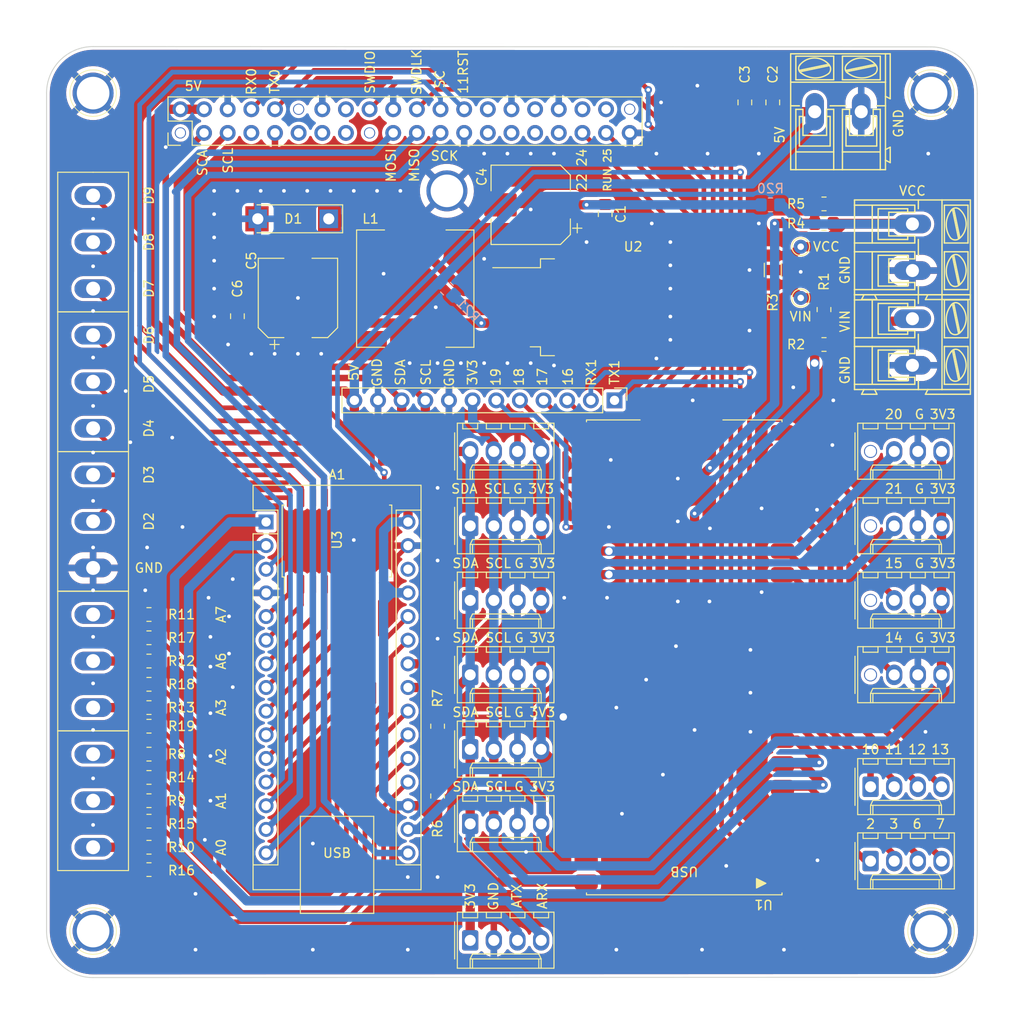
<source format=kicad_pcb>
(kicad_pcb (version 20211014) (generator pcbnew)
  (layers (0 "F.Cu" signal "cobre frontal") (31 "B.Cu" signal "Cobre traseira") (34 "B.Paste" user "Pasta traseira") (35 "F.Paste" user "Pasta frontal") (36 "B.SilkS" user "Serigrafia traseira") (37 "F.SilkS" user "Serigrafia frontal") (38 "B.Mask" user "Máscara traseira") (39 "F.Mask" user "Máscara frontal") (44 "Edge.Cuts" user "Cortes contorno"))
  (net 0 "")
  (net 1 "Earth")
  (net 3 "+5V")
  (net 4 "/SDA0")
  (net 5 "/SCL0")
  (net 7 "/RXD0")
  (net 8 "/TXD0")
  (net 15 "/SWDIO")
  (net 16 "/SC")
  (net 17 "/MOSI")
  (net 18 "/SWCLK")
  (net 19 "/MISO")
  (net 20 "/SCK")
  (net 23 "/G22")
  (net 24 "/RUN")
  (net 25 "Net-(D1-Pad1)")
  (net 30 "/P1A")
  (net 31 "/P1B")
  (net 32 "/P1C")
  (net 33 "/P1D")
  (net 34 "/P2A")
  (net 35 "/P2B")
  (net 36 "/P2C")
  (net 37 "/P2D")
  (net 38 "/P3D")
  (net 39 "/P3C")
  (net 40 "/P3B")
  (net 41 "/P3A")
  (net 42 "+3V3")
  (net 43 "/SPI0_RX")
  (net 44 "/SPI0_SC")
  (net 45 "/SPI0_SCK")
  (net 46 "/SPI0_TX")
  (net 47 "/TXD1")
  (net 48 "/RXD1")
  (net 49 "/ADC0")
  (net 50 "/ADC1")
  (net 51 "/ADC2")
  (net 58 "/RST_A")
  (net 59 "/ATX")
  (net 60 "/ARX")
  (net 61 "/D2")
  (net 62 "/D3")
  (net 63 "/D4")
  (net 64 "/D5")
  (net 65 "/D6")
  (net 66 "/D7")
  (net 67 "/D8")
  (net 68 "/D9")
  (net 69 "/VIN")
  (net 70 "/VCC")
  (net 71 "/A0")
  (net 72 "/A1")
  (net 73 "/A2")
  (net 74 "/A3")
  (net 75 "/A6")
  (net 76 "/A7")
  (net 77 "/O9")
  (net 78 "/O8")
  (net 79 "/O7")
  (net 80 "/O6")
  (net 81 "/O5")
  (net 82 "/O4")
  (net 83 "/O3")
  (net 84 "/O2")
  (net 85 "Net-(J21-Pad1)")
  (net 86 "Net-(J21-Pad2)")
  (net 87 "Net-(J21-Pad3)")
  (net 88 "Net-(J22-Pad1)")
  (net 89 "Net-(J22-Pad2)")
  (net 90 "Net-(J22-Pad3)")
  (net 95 "Net-(C1-Pad1)")
  (net 96 "Net-(C5-Pad1)")
  (footprint "Resistor_SMD:R_0805_2012Metric_Pad1.20x1.40mm_HandSolder" (layer "F.Cu") (at 51 143.4 180)
    (fp_text reference "R16")
    (fp_text value "1K")
  )
  (footprint "Resistor_SMD:R_0805_2012Metric_Pad1.20x1.40mm_HandSolder" (layer "F.Cu") (at 82 135.5 90)
    (fp_text reference "R6")
    (fp_text value "10K")
  )
  (footprint "Capacitor_SMD:C_0805_2012Metric_Pad1.18x1.45mm_HandSolder" (layer "F.Cu") (at 100 73 -90)
    (fp_text reference "C1")
    (fp_text value "100nF")
  )
  (footprint "Connector_PinHeader_2.54mm:PinHeader_2x20_P2.54mm_Vertical" (layer "F.Cu") (at 54.375 64.275 90)
    (fp_text reference "J1" hide)
    (fp_text value "Raspberry Pi")
  )
  (footprint "Connector_Molex:Molex_KK-254_AE-6410-04A_1x04_P2.54mm_Vertical" (layer "F.Cu") (at 128.5 106.4835)
    (fp_text reference "J5" hide)
    (fp_text value "ENCODER")
  )
  (footprint "MyFootprint:RPI-PICO-SMD" (layer "F.Cu") (at 118.991 95.1035 180)
    (fp_text reference "U1")
    (fp_text value "RPI-PICO")
  )
  (footprint "TestPoint:TestPoint_THTPad_D1.5mm_Drill0.7mm" (layer "F.Cu") (at 121 82)
    (fp_text reference "VIN")
    (fp_text value "TestPoint_THTPad_D1.5mm_Drill0.7mm")
  )
  (footprint "MyFootprint:Pin_D3.5mm_L4.4mm" (layer "F.Cu") (at 45 60 90)
    (fp_text reference "REF**" hide)
    (fp_text value "Pin_D1.0mm_L10.0mm" hide)
  )
  (footprint "Resistor_SMD:R_0805_2012Metric_Pad1.20x1.40mm_HandSolder" (layer "F.Cu") (at 123.5 71.9)
    (fp_text reference "R5")
    (fp_text value "1K")
  )
  (footprint "Connector_Molex:Molex_KK-254_AE-6410-04A_1x04_P2.54mm_Vertical" (layer "F.Cu") (at 128.5 114.4835)
    (fp_text reference "J2" hide)
    (fp_text value "ENCODER")
  )
  (footprint "Connector_Molex:Molex_KK-254_AE-6410-04A_1x04_P2.54mm_Vertical" (layer "F.Cu") (at 85.5 98.4835)
    (fp_text reference "J17" hide)
    (fp_text value "I2C0")
  )
  (footprint "Resistor_SMD:R_0805_2012Metric_Pad1.20x1.40mm_HandSolder" (layer "F.Cu") (at 51 138.2 180)
    (fp_text reference "R15")
    (fp_text value "1K")
  )
  (footprint "Capacitor_SMD:C_0805_2012Metric_Pad1.18x1.45mm_HandSolder" (layer "F.Cu") (at 115 61 90)
    (fp_text reference "C3")
    (fp_text value "10uF6V3")
  )
  (footprint "Resistor_SMD:R_0805_2012Metric_Pad1.20x1.40mm_HandSolder" (layer "F.Cu") (at 123.5 83.25 -90)
    (fp_text reference "R1")
    (fp_text value "10K")
  )
  (footprint "Resistor_SMD:R_1206_3216Metric_Pad1.30x1.75mm_HandSolder" (layer "F.Cu") (at 118 79 90)
    (fp_text reference "R3")
    (fp_text value "~0.")
  )
  (footprint "Connector_Molex:Molex_KK-254_AE-6410-04A_1x04_P2.54mm_Vertical" (layer "F.Cu") (at 128.5 134.5035)
    (fp_text reference "J10" hide)
    (fp_text value "MOTOR")
  )
  (footprint "Connector_Molex:Molex_KK-254_AE-6410-04A_1x04_P2.54mm_Vertical" (layer "F.Cu") (at 85.5 151)
    (fp_text reference "J23" hide)
    (fp_text value "UART")
  )
  (footprint "Resistor_SMD:R_0805_2012Metric_Pad1.20x1.40mm_HandSolder" (layer "F.Cu") (at 51 126)
    (fp_text reference "R13")
    (fp_text value "10K")
  )
  (footprint "MyFootprint:CONN5mm-3" (layer "F.Cu") (at 45 116 -90)
    (fp_text reference "J22" hide)
    (fp_text value "INPUT")
  )
  (footprint "Connector_Molex:Molex_KK-254_AE-6410-04A_1x04_P2.54mm_Vertical" (layer "F.Cu") (at 85.5 106.4835)
    (fp_text reference "J15" hide)
    (fp_text value "I2C0")
  )
  (footprint "Resistor_SMD:R_0805_2012Metric_Pad1.20x1.40mm_HandSolder" (layer "F.Cu") (at 51 141)
    (fp_text reference "R10")
    (fp_text value "10K")
  )
  (footprint "Capacitor_SMD:CP_Elec_8x10" (layer "F.Cu") (at 67 82 90)
    (fp_text reference "C5")
    (fp_text value "220uF35V")
  )
  (footprint "Connector_Molex:Molex_KK-254_AE-6410-04A_1x04_P2.54mm_Vertical" (layer "F.Cu") (at 85.5 138.4835)
    (fp_text reference "J12" hide)
    (fp_text value "I2C0")
  )
  (footprint "Resistor_SMD:R_0805_2012Metric_Pad1.20x1.40mm_HandSolder" (layer "F.Cu") (at 51 118.5 180)
    (fp_text reference "R17")
    (fp_text value "1K")
  )
  (footprint "MyFootprint:My_D_MELF-RM10_Universal_Handsoldering_2" (layer "F.Cu") (at 66.5 73.5 180)
    (fp_text reference "D1")
    (fp_text value "1N5822")
  )
  (footprint "" (layer "F.Cu") (at 83 70.5)
    (fp_text reference "")
    (fp_text value "")
  )
  (footprint "Connector_Molex:Molex_KK-254_AE-6410-04A_1x04_P2.54mm_Vertical" (layer "F.Cu") (at 128.5 122.4835)
    (fp_text reference "J3" hide)
    (fp_text value "ENCODER")
  )
  (footprint "Package_TO_SOT_SMD:TO-263-5_TabPin3" (layer "F.Cu") (at 96 83)
    (fp_text reference "U2")
    (fp_text value "LM2596T-5")
  )
  (footprint "MyFootprint:CONN5mm-3" (layer "F.Cu") (at 45 101 -90)
    (fp_text reference "J20" hide)
    (fp_text value "OUT")
  )
  (footprint "TestPoint:TestPoint_THTPad_D1.5mm_Drill0.7mm" (layer "F.Cu") (at 121 76.5)
    (fp_text reference "VCC")
    (fp_text value "TestPoint_THTPad_D1.5mm_Drill0.7mm")
  )
  (footprint "Resistor_SMD:R_0805_2012Metric_Pad1.20x1.40mm_HandSolder" (layer "F.Cu") (at 51 121)
    (fp_text reference "R12")
    (fp_text value "10K")
  )
  (footprint "Resistor_SMD:R_0805_2012Metric_Pad1.20x1.40mm_HandSolder" (layer "F.Cu") (at 123.5 87)
    (fp_text reference "R2")
    (fp_text value "1K")
  )
  (footprint "MyFootprint:Pin_D3.5mm_L4.4mm" (layer "F.Cu") (at 45 150 90)
    (fp_text reference "REF**" hide)
    (fp_text value "Pin_D1.0mm_L10.0mm" hide)
  )
  (footprint "MyFootprint:Pin_D3.5mm_L4.4mm" (layer "F.Cu") (at 135 150 90)
    (fp_text reference "REF**" hide)
    (fp_text value "Pin_D1.0mm_L10.0mm" hide)
  )
  (footprint "Module:Arduino_Nano" (layer "F.Cu") (at 63.58 106.06)
    (fp_text reference "A1")
    (fp_text value "Arduino Nano 33 BLE Sense")
  )
  (footprint "Connector_Molex:Molex_KK-254_AE-6410-04A_1x04_P2.54mm_Vertical" (layer "F.Cu") (at 85.5 122.4835)
    (fp_text reference "J16" hide)
    (fp_text value "I2C0")
  )
  (footprint "Capacitor_SMD:CP_Elec_8x10" (layer "F.Cu") (at 92 72 180)
    (fp_text reference "C4")
    (fp_text value "100uF50V")
  )
  (footprint "Connector_PinHeader_2.54mm:PinHeader_1x12_P2.54mm_Vertical" (layer "F.Cu") (at 101 93 -90)
    (fp_text reference "J18" hide)
    (fp_text value "Module")
  )
  (footprint "Capacitor_SMD:C_0805_2012Metric_Pad1.18x1.45mm_HandSolder" (layer "F.Cu") (at 118 61 90)
    (fp_text reference "C2")
    (fp_text value "100nF")
  )
  (footprint "Connector_Molex:Molex_KK-254_AE-6410-04A_1x04_P2.54mm_Vertical" (layer "F.Cu") (at 128.5 98.4835)
    (fp_text reference "J4" hide)
    (fp_text value "ENCODER")
  )
  (footprint "Connector_Molex:Molex_KK-254_AE-6410-04A_1x04_P2.54mm_Vertical" (layer "F.Cu") (at 85.5 114.4835)
    (fp_text reference "J13" hide)
    (fp_text value "I2C0")
  )
  (footprint "Inductor_SMD:L_12x12mm_H8mm" (layer "F.Cu") (at 79.6 81 -90)
    (fp_text reference "L1")
    (fp_text value "33uH")
  )
  (footprint "Capacitor_SMD:C_0805_2012Metric_Pad1.18x1.45mm_HandSolder" (layer "F.Cu") (at 60.5 83.9625 90)
    (fp_text reference "C6")
    (fp_text value "100nF")
  )
  (footprint "Resistor_SMD:R_0805_2012Metric_Pad1.20x1.40mm_HandSolder" (layer "F.Cu") (at 51 133.5 180)
    (fp_text reference "R14")
    (fp_text value "1K")
  )
  (footprint "MyFootprint:Pin_D3.5mm_L4.4mm" (layer "F.Cu") (at 135 60 90)
    (fp_text reference "REF**" hide)
    (fp_text value "Pin_D1.0mm_L10.0mm" hide)
  )
  (footprint "Resistor_SMD:R_0805_2012Metric_Pad1.20x1.40mm_HandSolder" (layer "F.Cu") (at 51 116)
    (fp_text reference "R11")
    (fp_text value "10K")
  )
  (footprint "Connector_Molex:Molex_KK-254_AE-6410-04A_1x04_P2.54mm_Vertical" (layer "F.Cu") (at 128.5 142.4835)
    (fp_text reference "J9" hide)
    (fp_text value "MOTOR")
  )
  (footprint "MyFootprint:CONN5mm-3" (layer "F.Cu") (at 45 86 -90)
    (fp_text reference "J19" hide)
    (fp_text value "OUT")
  )
  (footprint "MyFootprint:AK300-2" (layer "F.Cu") (at 133 74.0585 -90)
    (fp_text reference "J7" hide)
    (fp_text value "VCC" hide)
  )
  (footprint "Resistor_SMD:R_0805_2012Metric_Pad1.20x1.40mm_HandSolder" (layer "F.Cu") (at 51 136)
    (fp_text reference "R9")
    (fp_text value "10K")
  )
  (footprint "MyFootprint:AK300-2" (layer "F.Cu") (at 122.5 62)
    (fp_text reference "J8" hide)
    (fp_text value "5VIN" hide)
  )
  (footprint "MyFootprint:CONN5mm-3" (layer "F.Cu") (at 45 71 -90)
    (fp_text reference "J11" hide)
    (fp_text value "OUT")
  )
  (footprint "Resistor_SMD:R_0805_2012Metric_Pad1.20x1.40mm_HandSolder" (layer "F.Cu") (at 51 128 180)
    (fp_text reference "R19")
    (fp_text value "1K")
  )
  (footprint "MyFootprint:CONN5mm-3" (layer "F.Cu") (at 45 131 -90)
    (fp_text reference "J21" hide)
    (fp_text value "INPUT")
  )
  (footprint "Resistor_SMD:R_0805_2012Metric_Pad1.20x1.40mm_HandSolder" (layer "F.Cu") (at 123.5 74 180)
    (fp_text reference "R4")
    (fp_text value "10K")
  )
  (footprint "Package_SO:SOIC-18W_7.5x11.6mm_P1.27mm" (layer "F.Cu") (at 71.19 108.11 90)
    (fp_text reference "U3")
    (fp_text value "ULN2803A")
  )
  (footprint "MyFootprint:AK300-2" (layer "F.Cu") (at 133 84.2335 -90)
    (fp_text reference "J6" hide)
    (fp_text value "VIN" hide)
  )
  (footprint "Resistor_SMD:R_0805_2012Metric_Pad1.20x1.40mm_HandSolder" (layer "F.Cu") (at 51 131)
    (fp_text reference "R8")
    (fp_text value "10K")
  )
  (footprint "Resistor_SMD:R_0805_2012Metric_Pad1.20x1.40mm_HandSolder" (layer "F.Cu") (at 51 123.5 180)
    (fp_text reference "R18")
    (fp_text value "1K")
  )
  (footprint "Connector_Molex:Molex_KK-254_AE-6410-04A_1x04_P2.54mm_Vertical" (layer "F.Cu") (at 85.5 130.4835)
    (fp_text reference "J14" hide)
    (fp_text value "I2C0")
  )
  (footprint "Resistor_SMD:R_0805_2012Metric_Pad1.20x1.40mm_HandSolder" (layer "F.Cu") (at 82 128 90)
    (fp_text reference "R7")
    (fp_text value "1K")
  )
  (footprint "Resistor_SMD:R_0805_2012Metric_Pad1.20x1.40mm_HandSolder" (layer "B.Cu") (at 117.75 72 180)
    (fp_text reference "R20")
    (fp_text value "0" hide)
  )
  (footprint "Resistor_SMD:R_0805_2012Metric_Pad1.20x1.40mm_HandSolder" (layer "B.Cu") (at 83 81 -45)
    (fp_text reference "R21")
    (fp_text value "0" hide)
  )
  (gr_arc (start 40 60) (mid 41.464466 56.464466) (end 45 55) (layer "Edge.Cuts") (width 0.1))
  (gr_line (start 45 55) (end 134.964466 55.035534) (layer "Edge.Cuts") (width 0.1))
  (gr_arc (start 139.964466 149.964466) (mid 138.5 153.5) (end 134.964466 154.964466) (layer "Edge.Cuts") (width 0.1))
  (gr_arc (start 45 155) (mid 41.464466 153.535534) (end 40 150) (layer "Edge.Cuts") (width 0.1))
  (gr_line (start 45 155) (end 134.964466 154.964466) (layer "Edge.Cuts") (width 0.1))
  (gr_line (start 139.964466 60.035534) (end 139.964466 149.964466) (layer "Edge.Cuts") (width 0.1))
  (gr_line (start 40 60) (end 40 150) (layer "Edge.Cuts") (width 0.1))
  (gr_arc (start 134.964466 55.035534) (mid 138.5 56.5) (end 139.964466 60.035534) (layer "Edge.Cuts") (width 0.1))
  (gr_text "SCL" (at 88.5 110.5) (layer "F.SilkS") (effects (font (size 1 1))))
  (gr_text "3V3" (at 93.25 110.5) (layer "F.SilkS") (effects (font (size 1 1))))
  (gr_text "D6" (at 51 86 90) (layer "F.SilkS") (effects (font (size 1 1))))
  (gr_text "22 24" (at 97.5 68.25 90) (layer "F.SilkS") (effects (font (size 1 1))))
  (gr_text "3V3" (at 136.25 110.5) (layer "F.SilkS") (effects (font (size 1 1))))
  (gr_text "A3" (at 58.75 126 90) (layer "F.SilkS") (effects (font (size 1 1))))
  (gr_text "13" (at 136 130.5) (layer "F.SilkS") (effects (font (size 1 1))))
  (gr_text "D3" (at 51 101 90) (layer "F.SilkS") (effects (font (size 1 1))))
  (gr_text "17" (at 93.25 90.476266 90) (layer "F.SilkS") (effects (font (size 1 1))))
  (gr_text "21" (at 131 102.5) (layer "F.SilkS") (effects (font (size 1 1))))
  (gr_text "G" (at 90.75 110.5) (layer "F.SilkS") (effects (font (size 1 1))))
  (gr_text "A6" (at 58.75 121 90) (layer "F.SilkS") (effects (font (size 1 1))))
  (gr_text "MISO" (at 79.5 67.75 90) (layer "F.SilkS") (effects (font (size 1 1))))
  (gr_text "3V3" (at 93.25 118.5) (layer "F.SilkS") (effects (font (size 1 1))))
  (gr_text "G" (at 90.75 134.5) (layer "F.SilkS") (effects (font (size 1 1))))
  (gr_text "SCL" (at 88.37 102.5) (layer "F.SilkS") (effects (font (size 1 1))))
  (gr_text "MOSI" (at 77 67.75 90) (layer "F.SilkS") (effects (font (size 1 1))))
  (gr_text "A1" (at 58.75 136 90) (layer "F.SilkS") (effects (font (size 1 1))))
  (gr_text "3V3" (at 136.25 102.5) (layer "F.SilkS") (effects (font (size 1 1))))
  (gr_text "2" (at 128.5 138.5) (layer "F.SilkS") (effects (font (size 1 1))))
  (gr_text "SDA" (at 85 126.5) (layer "F.SilkS") (effects (font (size 1 1))))
  (gr_text "SDA" (at 78 90 90) (layer "F.SilkS") (effects (font (size 1 1))))
  (gr_text "SCL" (at 88.5 118.5) (layer "F.SilkS") (effects (font (size 1 1))))
  (gr_text "GND" (at 125.75 89.75 90) (layer "F.SilkS") (effects (font (size 1 1))))
  (gr_text "18" (at 90.75 90.489731 90) (layer "F.SilkS") (effects (font (size 1 1))))
  (gr_text "3" (at 131 138.5) (layer "F.SilkS") (effects (font (size 1 1))))
  (gr_text "SWDLK" (at 79.75 57.75 90) (layer "F.SilkS") (effects (font (size 1 1))))
  (gr_text "12" (at 133.5 130.5) (layer "F.SilkS") (effects (font (size 1 1))))
  (gr_text "5V" (at 118.75 64.5 90) (layer "F.SilkS") (effects (font (size 1 1))))
  (gr_text "ARX" (at 93.25 146.233824 90) (layer "F.SilkS") (effects (font (size 1 1))))
  (gr_text "SDA" (at 84.87 102.5) (layer "F.SilkS") (effects (font (size 1 1))))
  (gr_text "A2" (at 58.75 131.25 90) (layer "F.SilkS") (effects (font (size 1 1))))
  (gr_text "3V3" (at 93.25 126.5) (layer "F.SilkS") (effects (font (size 1 1))))
  (gr_text "D9" (at 51 71 90) (layer "F.SilkS") (effects (font (size 1 1))))
  (gr_text "D8" (at 51 76 90) (layer "F.SilkS") (effects (font (size 1 1))))
  (gr_text "3V3" (at 93.12 102.5) (layer "F.SilkS") (effects (font (size 1 1))))
  (gr_text "G" (at 133.75 118.5) (layer "F.SilkS") (effects (font (size 1 1))))
  (gr_text "SWDIO" (at 74.75 57.75 90) (layer "F.SilkS") (effects (font (size 1 1))))
  (gr_text "16" (at 96 90.462579 90) (layer "F.SilkS") (effects (font (size 1 1))))
  (gr_text "G" (at 90.62 102.5) (layer "F.SilkS") (effects (font (size 1 1))))
  (gr_text "G" (at 133.75 94.5) (layer "F.SilkS") (effects (font (size 1 1))))
  (gr_text "GND" (at 51 111) (layer "F.SilkS") (effects (font (size 1 1))))
  (gr_text "G" (at 90.75 118.5) (layer "F.SilkS") (effects (font (size 1 1))))
  (gr_text "14" (at 131 118.5) (layer "F.SilkS") (effects (font (size 1 1))))
  (gr_text "G" (at 90.75 126.5) (layer "F.SilkS") (effects (font (size 1 1))))
  (gr_text "11" (at 131 130.5) (layer "F.SilkS") (effects (font (size 1 1))))
  (gr_text "SCK" (at 82.75 66.75) (layer "F.SilkS") (effects (font (size 1 1))))
  (gr_text "3V3" (at 85.5 146.25 90) (layer "F.SilkS") (effects (font (size 1 1))))
  (gr_text "D2" (at 51 106 90) (layer "F.SilkS") (effects (font (size 1 1))))
  (gr_text "G" (at 133.75 102.5) (layer "F.SilkS") (effects (font (size 1 1))))
  (gr_text "6" (at 133.5 138.5) (layer "F.SilkS") (effects (font (size 1 1))))
  (gr_text "GND" (at 75.5 90 90) (layer "F.SilkS") (effects (font (size 1 1))))
  (gr_text "RX1" (at 98.5 90 90) (layer "F.SilkS") (effects (font (size 1 1))))
  (gr_text "SDA" (at 85 110.5) (layer "F.SilkS") (effects (font (size 1 1))))
  (gr_text "ATX" (at 90.5 146.249999 90) (layer "F.SilkS") (effects (font (size 1 1))))
  (gr_text "GND" (at 83.25 90 90) (layer "F.SilkS") (effects (font (size 1 1))))
  (gr_text "GND" (at 131.5 63.25 90) (layer "F.SilkS") (effects (font (size 1 1))))
  (gr_text "SCA" (at 56.75 67.5 90) (layer "F.SilkS") (effects (font (size 1 1))))
  (gr_text "TX0" (at 64.5 58.746227 90) (layer "F.SilkS") (effects (font (size 1 1))))
  (gr_text "20" (at 131 94.5) (layer "F.SilkS") (effects (font (size 1 1))))
  (gr_text "SCL" (at 88.5 126.5) (layer "F.SilkS") (effects (font (size 1 1))))
  (gr_text "5V" (at 55.75 59.25) (layer "F.SilkS") (effects (font (size 1 1))))
  (gr_text "3V3" (at 136.25 94.5) (layer "F.SilkS") (effects (font (size 1 1))))
  (gr_text "3V3" (at 136.25 118.5) (layer "F.SilkS") (effects (font (size 1 1))))
  (gr_text "GND" (at 88 146.25 90) (layer "F.SilkS") (effects (font (size 1 1))))
  (gr_text "SDA" (at 85 134.5) (layer "F.SilkS") (effects (font (size 1 1))))
  (gr_text "A0" (at 58.75 141 90) (layer "F.SilkS") (effects (font (size 1 1))))
  (gr_text "TX1" (at 101 90 90) (layer "F.SilkS") (effects (font (size 1 1))))
  (gr_text "A7" (at 58.75 116 90) (layer "F.SilkS") (effects (font (size 1 1))))
  (gr_text "VIN" (at 125.75 84.5 90) (layer "F.SilkS") (effects (font (size 1 1))))
  (gr_text "GND" (at 125.75 79 90) (layer "F.SilkS") (effects (font (size 1 1))))
  (gr_text "15" (at 131 110.5) (layer "F.SilkS") (effects (font (size 1 1))))
  (gr_text "SC" (at 82.25 58.5 90) (layer "F.SilkS") (effects (font (size 1 1))))
  (gr_text "5V" (at 73 90 90) (layer "F.SilkS") (effects (font (size 1 1))))
  (gr_text "3V3" (at 85.75 90 90) (layer "F.SilkS") (effects (font (size 1 1))))
  (gr_text "D4" (at 51 96 90) (layer "F.SilkS") (effects (font (size 1 1))))
  (gr_text "SCL" (at 88.5 134.5) (layer "F.SilkS") (effects (font (size 1 1))))
  (gr_text "11RST" (at 84.75 57.75 90) (layer "F.SilkS") (effects (font (size 1 1))))
  (gr_text "VCC" (at 133 70.5) (layer "F.SilkS") (effects (font (size 1 1))))
  (gr_text "7" (at 136 138.5) (layer "F.SilkS") (effects (font (size 1 1))))
  (gr_text "3V3" (at 93.25 134.5) (layer "F.SilkS") (effects (font (size 1 1))))
  (gr_text "D5" (at 51 91.25 90) (layer "F.SilkS") (effects (font (size 1 1))))
  (gr_text "SCL" (at 59.5 67.25 90) (layer "F.SilkS") (effects (font (size 1 1))))
  (gr_text "RX0" (at 62 58.75 90) (layer "F.SilkS") (effects (font (size 1 1))))
  (gr_text "D7" (at 51 81 90) (layer "F.SilkS") (effects (font (size 1 1))))
  (gr_text "SDA" (at 85 118.5) (layer "F.SilkS") (effects (font (size 1 1))))
  (gr_text "19" (at 88.25 90.5 90) (layer "F.SilkS") (effects (font (size 1 1))))
  (gr_text "SCL" (at 80.75 90 90) (layer "F.SilkS") (effects (font (size 1 1))))
  (gr_text "RUN 25" (at 100.25 68.25 90) (layer "F.SilkS") (effects (font (size 0.8 0.8))))
  (gr_text "10" (at 128.5 130.5) (layer "F.SilkS") (effects (font (size 1 1))))
  (gr_text "G" (at 133.75 110.5) (layer "F.SilkS") (effects (font (size 1 1))))
  (segment (start 76.27 112.76) (end 76.27 111.15) (width 0.5) (layer "F.Cu") (net 1))
  (segment (start 76.27 111.15) (end 78.82 108.6) (width 0.5) (layer "F.Cu") (net 1))
  (via (at 107.6 119.4) (size 0.8) (drill 0.4) (layers "F.Cu" "B.Cu") (net 1))
  (via (at 45 88.4) (size 0.8) (drill 0.4) (layers "F.Cu" "B.Cu") (net 1))
  (via (at 82 110.2) (size 0.8) (drill 0.4) (layers "F.Cu" "B.Cu") (net 1))
  (via (at 78.8 144.2) (size 0.8) (drill 0.4) (layers "F.Cu" "B.Cu") (net 1))
  (via (at 45 73.5) (size 0.8) (drill 0.4) (layers "F.Cu" "B.Cu") (net 1))
  (via (at 60.5 70.5) (size 0.8) (drill 0.4) (layers "F.Cu" "B.Cu") (net 1))
  (via (at 57.6 118.4) (size 0.8) (drill 0.4) (layers "F.Cu" "B.Cu") (net 1))
  (via (at 124.5 93) (size 0.8) (drill 0.4) (layers "F.Cu" "B.Cu") (net 1))
  (via (at 68.6 140.6) (size 0.8) (drill 0.4) (layers "F.Cu" "B.Cu") (net 1))
  (via (at 45 93.6) (size 0.8) (drill 0.4) (layers "F.Cu" "B.Cu") (net 1))
  (via (at 54.6 106.6) (size 0.8) (drill 0.4) (layers "F.Cu" "B.Cu") (net 1))
  (via (at 121 79.2) (size 0.8) (drill 0.4) (layers "F.Cu" "B.Cu") (net 1))
  (via (at 59.6 116.2) (size 0.8) (drill 0.4) (layers "F.Cu" "B.Cu") (net 1))
  (via (at 76.2 79.4) (size 0.8) (drill 0.4) (layers "F.Cu" "B.Cu") (net 1))
  (via (at 89.5 89) (size 0.8) (drill 0.4) (layers "F.Cu" "B.Cu") (net 1))
  (via (at 94.5 89.25) (size 0.8) (drill 0.4) (layers "F.Cu" "B.Cu") (net 1))
  (via (at 67 88) (size 0.8) (drill 0.4) (layers "F.Cu" "B.Cu") (net 1))
  (via (at 107.8 114.6) (size 0.8) (drill 0.4) (layers "F.Cu" "B.Cu") (net 1))
  (via (at 94.5 66.5) (size 0.8) (drill 0.4) (layers "F.Cu" "B.Cu") (net 1))
  (via (at 50.8 108.8) (size 0.8) (drill 0.4) (layers "F.Cu" "B.Cu") (net 1))
  (via (at 56 152) (size 0.8) (drill 0.4) (layers "F.Cu" "B.Cu") (net 1))
  (via (at 45 78.6) (size 0.8) (drill 0.4) (layers "F.Cu" "B.Cu") (net 1))
  (via (at 100.6 99.4) (size 0.8) (drill 0.4) (layers "F.Cu" "B.Cu") (net 1))
  (via (at 68 70.5) (size 0.8) (drill 0.4) (layers "F.Cu" "B.Cu") (net 1))
  (via (at 65.5 70.5) (size 0.8) (drill 0.4) (layers "F.Cu" "B.Cu") (net 1))
  (via (at 50.6 113.4) (size 0.8) (drill 0.4) (layers "F.Cu" "B.Cu") (net 1))
  (via (at 134.7 66.5) (size 0.8) (drill 0.4) (layers "F.Cu" "B.Cu") (net 1))
  (via (at 84.5 89) (size 0.8) (drill 0.4) (layers "F.Cu" "B.Cu") (net 1))
  (via (at 62 88) (size 0.8) (drill 0.4) (layers "F.Cu" "B.Cu") (net 1))
  (via (at 105.5 88.5) (size 0.8) (drill 0.4) (layers "F.Cu" "B.Cu") (net 1))
  (via (at 107 78.5) (size 0.8) (drill 0.4) (layers "F.Cu" "B.Cu") (net 1))
  (via (at 67 82) (size 0.8) (drill 0.4) (layers "F.Cu" "B.Cu") (net 1))
  (via (at 115.6 119.8) (size 0.8) (drill 0.4) (layers "F.Cu" "B.Cu") (net 1))
  (via (at 58 84) (size 0.8) (drill 0.4) (layers "F.Cu" "B.Cu") (net 1))
  (via (at 92 72.5) (size 0.8) (drill 0.4) (layers "F.Cu" "B.Cu") (net 1))
  (via (at 82 102.4) (size 0.8) (drill 0.4) (layers "F.Cu" "B.Cu") (net 1))
  (via (at 104.4 123) (size 0.8) (drill 0.4) (layers "F.Cu" "B.Cu") (net 1))
  (via (at 79 89) (size 0.8) (drill 0.4) (layers "F.Cu" "B.Cu") (net 1))
  (via (at 116.5 66.5) (size 0.8) (drill 0.4) (layers "F.Cu" "B.Cu") (net 1))
  (via (at 107.8 106) (size 0.8) (drill 0.4) (layers "F.Cu" "B.Cu") (net 1))
  (via (at 124.4 97.8) (size 0.8) (drill 0.4) (layers "F.Cu" "B.Cu") (net 1))
  (via (at 58 81) (size 0.8) (drill 0.4) (layers "F.Cu" "B.Cu") (net 1))
  (via (at 87 77.8) (size 0.8) (drill 0.4) (layers "F.Cu" "B.Cu") (net 1))
  (via (at 60 123.8) (size 0.8) (drill 0.4) (layers "F.Cu" "B.Cu") (net 1))
  (via (at 98 76) (size 0.8) (drill 0.4) (layers "F.Cu" "B.Cu") (net 1))
  (via (at 115.5 79) (size 0.8) (drill 0.4) (layers "F.Cu" "B.Cu") (net 1))
  (via (at 107.8 101.4) (size 0.8) (drill 0.4) (layers "F.Cu" "B.Cu") (net 1))
  (via (at 82 144.2) (size 0.8) (drill 0.4) (layers "F.Cu" "B.Cu") (net 1))
  (via (at 120.2 91.6) (size 0.8) (drill 0.4) (layers "F.Cu" "B.Cu") (net 1))
  (via (at 59.6 120.2) (size 0.8) (drill 0.4) (layers "F.Cu" "B.Cu") (net 1))
  (via (at 58 78) (size 0.8) (drill 0.4) (layers "F.Cu" "B.Cu") (net 1))
  (via (at 69.5 88) (size 0.8) (drill 0.4) (layers "F.Cu" "B.Cu") (net 1))
  (via (at 100.2 114.2) (size 0.8) (drill 0.4) (layers "F.Cu" "B.Cu") (net 1))
  (via (at 75.5 70.5) (size 0.8) (drill 0.4) (layers "F.Cu" "B.Cu") (net 1))
  (via (at 58 75.5) (size 0.8) (drill 0.4) (layers "F.Cu" "B.Cu") (net 1))
  (via (at 122.8 142.4) (size 0.8) (drill 0.4) (layers "F.Cu" "B.Cu") (net 1))
  (via (at 111 66.5) (size 0.8) (drill 0.4) (layers "F.Cu" "B.Cu") (net 1))
  (via (at 87 89) (size 0.8) (drill 0.4) (layers "F.Cu" "B.Cu") (net 1))
  (via (at 100.4 106.6) (size 0.8) (drill 0.4) (layers "F.Cu" "B.Cu") (net 1))
  (via (at 73 70.5) (size 0.8) (drill 0.4) (layers "F.Cu" "B.Cu") (net 1))
  (via (at 45 103.8) (size 0.8) (drill 0.4) (layers "F.Cu" "B.Cu") (net 1))
  (via (at 57.6 131.2) (size 0.8) (drill 0.4) (layers "F.Cu" "B.Cu") (net 1))
  (via (at 109.6 128.4) (size 0.8) (drill 0.4) (layers "F.Cu" "B.Cu") (net 1))
  (via (at 105.5 66.5) (size 0.8) (drill 0.4) (layers "F.Cu" "B.Cu") (net 1))
  (via (at 45 128.4) (size 0.8) (drill 0.4) (layers "F.Cu" "B.Cu") (net 1))
  (via (at 113 143) (size 0.8) (drill 0.4) (layers "F.Cu" "B.Cu") (net 1))
  (via (at 107 76) (size 0.8) (drill 0.4) (layers "F.Cu" "B.Cu") (net 1))
  (via (at 57.4 114.2) (size 0.8) (drill 0.4) (layers "F.Cu" "B.Cu") (net 1))
  (via (at 45 98.6) (size 0.8) (drill 0.4) (layers "F.Cu" "B.Cu") (net 1))
  (via (at 53.5 97) (size 0.8) (drill 0.4) (layers "F.Cu" "B.Cu") (net 1))
  (via (at 101.2 152) (size 0.8) (drill 0.4) (layers "F.Cu" "B.Cu") (net 1))
  (via (at 59.5 87) (size 0.8) (drill 0.4) (layers "F.Cu" "B.Cu") (net 1))
  (via (at 45 113.4) (size 0.8) (drill 0.4) (layers "F.Cu" "B.Cu") (net 1))
  (via (at 111.25 106.75) (size 0.8) (drill 0.4) (layers "F.Cu" "B.Cu") (net 1))
  (via (at 45 123.4) (size 0.8) (drill 0.4) (layers "F.Cu" "B.Cu") (net 1))
  (via (at 87 66.5) (size 0.8) (drill 0.4) (layers "F.Cu" "B.Cu") (net 1))
  (via (at 109.4 93) (size 0.8) (drill 0.4) (layers "F.Cu" "B.Cu") (net 1))
  (via (at 106 61) (size 0.8) (drill 0.4) (layers "F.Cu" "B.Cu") (net 1))
  (via (at 58 70.5) (size 0.8) (drill 0.4) (layers "F.Cu" "B.Cu") (net 1))
  (via (at 73 108) (size 0.8) (drill 0.4) (layers "F.Cu" "B.Cu") (net 1))
  (via (at 56 146) (size 0.8) (drill 0.4) (layers "F.Cu" "B.Cu") (net 1))
  (via (at 49 97.5) (size 0.8) (drill 0.4) (layers "F.Cu" "B.Cu") (net 1))
  (via (at 101.8 137.4) (size 0.8) (drill 0.4) (layers "F.Cu" "B.Cu") (net 1))
  (via (at 81.8 83) (size 0.8) (drill 0.4) (layers "F.Cu" "B.Cu") (net 1))
  (via (at 105 74) (size 0.8) (drill 0.4) (layers "F.Cu" "B.Cu") (net 1))
  (via (at 78.8 152) (size 0.8) (drill 0.4) (layers "F.Cu" "B.Cu") (net 1))
  (via (at 52.8 65.8) (size 0.8) (drill 0.4) (layers "F.Cu" "B.Cu") (net 1))
  (via (at 57.6 126.6) (size 0.8) (drill 0.4) (layers "F.Cu" "B.Cu") (net 1))
  (via (at 45 108.8) (size 0.8) (drill 0.4) (layers "F.Cu" "B.Cu") (net 1))
  (via (at 63 70.5) (size 0.8) (drill 0.4) (layers "F.Cu" "B.Cu") (net 1))
  (via (at 110.4 152) (size 0.8) (drill 0.4) (layers "F.Cu" "B.Cu") (net 1))
  (via (at 48.5 92) (size 0.8) (drill 0.4) (layers "F.Cu" "B.Cu") (net 1))
  (via (at 78 70.5) (size 0.8) (drill 0.4) (layers "F.Cu" "B.Cu") (net 1))
  (via (at 70.5 70.5) (size 0.8) (drill 0.4) (layers "F.Cu" "B.Cu") (net 1))
  (via (at 92 66.5) (size 0.8) (drill 0.4) (layers "F.Cu" "B.Cu") (net 1))
  (via (at 45 138.6) (size 0.8) (drill 0.4) (layers "F.Cu" "B.Cu") (net 1))
  (via (at 45 133.6) (size 0.8) (drill 0.4) (layers "F.Cu" "B.Cu") (net 1))
  (via (at 107 84) (size 0.8) (drill 0.4) (layers "F.Cu" "B.Cu") (net 1))
  (via (at 106.2 133.2) (size 0.8) (drill 0.4) (layers "F.Cu" "B.Cu") (net 1))
  (via (at 116.8 113.6) (size 0.8) (drill 0.4) (layers "F.Cu" "B.Cu") (net 1))
  (via (at 115.6 124.4) (size 0.8) (drill 0.4) (layers "F.Cu" "B.Cu") (net 1))
  (via (at 95.6 114.2) (size 0.8) (drill 0.4) (layers "F.Cu" "B.Cu") (net 1))
  (via (at 107 81) (size 0.8) (drill 0.4) (layers "F.Cu" "B.Cu") (net 1))
  (via (at 107 86.5) (size 0.8) (drill 0.4) (layers "F.Cu" "B.Cu") (net 1))
  (via (at 119.2 152) (size 0.8) (drill 0.4) (layers "F.Cu" "B.Cu") (net 1))
  (via (at 57.6 136) (size 0.8) (drill 0.4) (layers "F.Cu" "B.Cu") (net 1))
  (via (at 57 140.2) (size 0.8) (drill 0.4) (layers "F.Cu" "B.Cu") (net 1))
  (via (at 68.6 152) (size 0.8) (drill 0.4) (layers "F.Cu" "B.Cu") (net 1))
  (via (at 122.75 104.75) (size 0.8) (drill 0.4) (layers "F.Cu" "B.Cu") (net 1))
  (via (at 45 83.4) (size 0.8) (drill 0.4) (layers "F.Cu" "B.Cu") (net 1))
  (via (at 64.5 88) (size 0.8) (drill 0.4) (layers "F.Cu" "B.Cu") (net 1))
  (via (at 109.9 59.2) (size 0.8) (drill 0.4) (layers "F.Cu" "B.Cu") (net 1))
  (via (at 91.5 141.5) (size 0.8) (drill 0.4) (layers "F.Cu" "B.Cu") (net 1))
  (via (at 60 112.2) (size 0.8) (drill 0.4) (layers "F.Cu" "B.Cu") (net 1))
  (via (at 89.5 66.5) (size 0.8) (drill 0.4) (layers "F.Cu" "B.Cu") (net 1))
  (via (at 115.6 128.6) (size 0.8) (drill 0.4) (layers "F.Cu" "B.Cu") (net 1))
  (via (at 134.4 128.6) (size 0.8) (drill 0.4) (layers "F.Cu" "B.Cu") (net 1))
  (via (at 82 118.6) (size 0.8) (drill 0.4) (layers "F.Cu" "B.Cu") (net 1))
  (via (at 57.6 121.6) (size 0.8) (drill 0.4) (layers "F.Cu" "B.Cu") (net 1))
  (via (at 111.2 114.6) (size 0.8) (drill 0.4) (layers "F.Cu" "B.Cu") (net 1))
  (via (at 92 89) (size 0.8) (drill 0.4) (layers "F.Cu" "B.Cu") (net 1))
  (via (at 45 118.4) (size 0.8) (drill 0.4) (layers "F.Cu" "B.Cu") (net 1))
  (via (at 116.5 74) (size 0.8) (drill 0.4) (layers "F.Cu" "B.Cu") (net 1))
  (via (at 116.8 104.6) (size 0.8) (drill 0.4) (layers "F.Cu" "B.Cu") (net 1))
  (via (at 58 73) (size 0.8) (drill 0.4) (layers "F.Cu" "B.Cu") (net 1))
  (via (at 101.2 126) (size 0.8) (drill 0.4) (layers "F.Cu" "B.Cu") (net 1))
  (via (at 95.5 127) (size 1) (drill 0.8) (layers "F.Cu" "B.Cu") (net 1))
  (via (at 82 89) (size 0.8) (drill 0.4) (layers "F.Cu" "B.Cu") (net 1))
  (via (at 115.5 85.5) (size 0.8) (drill 0.4) (layers "F.Cu" "B.Cu") (net 1))
  (segment (start 115.0375 62) (end 115 62.0375) (width 1) (layer "F.Cu") (net 3))
  (segment (start 56.915 61.735) (end 54.375 61.735) (width 1) (layer "F.Cu") (net 3))
  (segment (start 73.06 93) (end 73.06 94.56) (width 1) (layer "F.Cu") (net 3))
  (segment (start 51.25 84.25) (end 51.25 63.25) (width 1) (layer "F.Cu") (net 3))
  (segment (start 52.765 61.735) (end 54.375 61.735) (width 1) (layer "F.Cu") (net 3))
  (segment (start 88.2435 144.7435) (end 97.959 144.7435) (width 1) (layer "F.Cu") (net 3))
  (segment (start 78.82 136.54) (end 80.04 136.54) (width 1) (layer "F.Cu") (net 3))
  (segment (start 73.06 94.56) (end 78.82 100.32) (width 1) (layer "F.Cu") (net 3))
  (segment (start 81.96 136.54) (end 82 136.5) (width 1) (layer "F.Cu") (net 3))
  (segment (start 78.82 136.54) (end 81.96 136.54) (width 1) (layer "F.Cu") (net 3))
  (segment (start 80.04 136.54) (end 81 137.5) (width 1) (layer "F.Cu") (net 3))
  (segment (start 82 138.5) (end 88.2435 144.7435) (width 1) (layer "F.Cu") (net 3))
  (segment (start 122.5 62) (end 115.0375 62) (width 1) (layer "F.Cu") (net 3))
  (segment (start 51.25 63.25) (end 52.765 61.735) (width 1) (layer "F.Cu") (net 3))
  (segment (start 82 136.5) (end 82 138.5) (width 1) (layer "F.Cu") (net 3))
  (segment (start 78.82 100.32) (end 78.82 106.06) (width 1) (layer "F.Cu") (net 3))
  (segment (start 82 136.5) (end 81 137.5) (width 1) (layer "F.Cu") (net 3))
  (segment (start 59 92) (end 51.25 84.25) (width 1) (layer "F.Cu") (net 3))
  (segment (start 73.06 93) (end 72.06 92) (width 1) (layer "F.Cu") (net 3))
  (segment (start 72.06 92) (end 59 92) (width 1) (layer "F.Cu") (net 3))
  (segment (start 81 137.5) (end 82 138.5) (width 1) (layer "F.Cu") (net 3))
  (segment (start 122.5 63) (end 122.5 62) (width 1) (layer "B.Cu") (net 3))
  (segment (start 92.694365 69.75) (end 115.75 69.75) (width 1) (layer "B.Cu") (net 3))
  (segment (start 77.07 113.68) (end 76.2 114.55) (width 1) (layer "B.Cu") (net 3))
  (segment (start 77.44 136.54) (end 76.2 135.3) (width 1) (layer "B.Cu") (net 3))
  (segment (start 76.2 108.2) (end 76.2 107) (width 1) (layer "B.Cu") (net 3))
  (segment (start 76.2 107) (end 77.14 106.06) (width 1) (layer "B.Cu") (net 3))
  (segment (start 76.2 112.6) (end 76.2 108.2) (width 1) (layer "B.Cu") (net 3))
  (segment (start 78.82 113.68) (end 77.07 113.68) (width 1) (layer "B.Cu") (net 3))
  (segment (start 77.14 106.06) (end 78.82 106.06) (width 1) (layer "B.Cu") (net 3))
  (segment (start 77.28 113.68) (end 76.2 112.6) (width 1) (layer "B.Cu") (net 3))
  (segment (start 76.2 114.55) (end 76.2 112.6) (width 1) (layer "B.Cu") (net 3))
  (segment (start 115.75 69.75) (end 122.5 63) (width 1) (layer "B.Cu") (net 3))
  (segment (start 73.06 89.384365) (end 92.694365 69.75) (width 1) (layer "B.Cu") (net 3))
  (segment (start 78.82 136.54) (end 77.44 136.54) (width 1) (layer "B.Cu") (net 3))
  (segment (start 78.82 113.68) (end 77.28 113.68) (width 1) (layer "B.Cu") (net 3))
  (segment (start 73.06 93) (end 73.06 89.384365) (width 1) (layer "B.Cu") (net 3))
  (segment (start 76.2 135.3) (end 76.2 114.55) (width 1) (layer "B.Cu") (net 3))
  (segment (start 122.5 62) (end 122.5 63.5) (width 1) (layer "B.Cu") (net 3))
  (segment (start 85.5 138.4835) (end 85.5 130.4835) (width 1) (layer "F.Cu") (net 4))
  (segment (start 78.82 123.84) (end 84.1435 123.84) (width 1) (layer "F.Cu") (net 4))
  (segment (start 52.8 68.39) (end 52.8 84) (width 0.7) (layer "F.Cu") (net 4))
  (segment (start 75.74 90.6) (end 78.14 93) (width 0.7) (layer "F.Cu") (net 4))
  (segment (start 119.041 132.0435) (end 121.1435 132.0435) (width 1) (layer "F.Cu") (net 4))
  (segment (start 52.8 84) (end 59.4 90.6) (width 0.7) (layer "F.Cu") (net 4))
  (segment (start 56.915 64.275) (end 52.8 68.39) (width 0.7) (layer "F.Cu") (net 4))
  (segment (start 118.981 131.9835) (end 119.041 132.0435) (width 1) (layer "F.Cu") (net 4))
  (segment (start 84.1435 123.84) (end 85.5 122.4835) (width 1) (layer "F.Cu") (net 4))
  (segment (start 81.9835 98.4835) (end 78.14 94.64) (width 1) (layer "F.Cu") (net 4))
  (segment (start 121.1435 132.0435) (end 123.4 134.3) (width 1) (layer "F.Cu") (net 4))
  (segment (start 59.4 90.6) (end 75.74 90.6) (width 0.7) (layer "F.Cu") (net 4))
  (segment (start 85.5 98.4835) (end 81.9835 98.4835) (width 1) (layer "F.Cu") (net 4))
  (segment (start 78.14 94.64) (end 78.14 93) (width 1) (layer "F.Cu") (net 4))
  (via (at 123.4 134.3) (size 0.8) (drill 0.4) (layers "F.Cu" "B.Cu") (net 4))
  (segment (start 115.55 136.45) (end 106 146) (width 1) (layer "B.Cu") (net 4))
  (segment (start 85.5 140.5) (end 85.5 138.4835) (width 1) (layer "B.Cu") (net 4))
  (segment (start 106 146) (end 91 146) (width 1) (layer "B.Cu") (net 4))
  (segment (start 91 146) (end 85.5 140.5) (width 1) (layer "B.Cu") (net 4))
  (segment (start 85.5 130.4835) (end 85.5 98.4835) (width 1) (layer "B.Cu") (net 4))
  (segment (start 117.7 134.3) (end 123.4 134.3) (width 1) (layer "B.Cu") (net 4))
  (segment (start 115.55 136.45) (end 117.7 134.3) (width 1) (layer "B.Cu") (net 4))
  (segment (start 77.08 89.4) (end 80.68 93) (width 0.7) (layer "F.Cu") (net 5))
  (segment (start 88.04 97.54) (end 86.5 96) (width 1) (layer "F.Cu") (net 5))
  (segment (start 78.82 121.3) (end 83.3185 121.3) (width 1) (layer "F.Cu") (net 5))
  (segment (start 83.3185 121.3) (end 88.04 116.5785) (width 1) (layer "F.Cu") (net 5))
  (segment (start 88.04 138.4835) (end 88.04 130.4835) (width 1) (layer "F.Cu") (net 5))
  (segment (start 88.04 116.5785) (end 88.04 114.4835) (width 1) (layer "F.Cu") (net 5))
  (segment (start 88.04 98.4835) (end 88.04 97.54) (width 1) (layer "F.Cu") (net 5))
  (segment (start 54 69.73) (end 54 83.6) (width 0.7) (layer "F.Cu") (net 5))
  (segment (start 80.68 94.68) (end 80.68 93) (width 1) (layer "F.Cu") (net 5))
  (segment (start 82 96) (end 80.68 94.68) (width 1) (layer "F.Cu") (net 5))
  (segment (start 120.6035 129.5035) (end 123 131.9) (width 1) (layer "F.Cu") (net 5))
  (segment (start 59.455 64.275) (end 54 69.73) (width 0.7) (layer "F.Cu") (net 5))
  (segment (start 86.5 96) (end 82 96) (width 1) (layer "F.Cu") (net 5))
  (segment (start 59.8 89.4) (end 77.08 89.4) (width 0.7) (layer "F.Cu") (net 5))
  (segment (start 54 83.6) (end 59.8 89.4) (width 0.7) (layer "F.Cu") (net 5))
  (segment (start 120.6035 129.5035) (end 119.041 129.5035) (width 1) (layer "F.Cu") (net 5))
  (via (at 123 131.9) (size 0.8) (drill 0.4) (layers "F.Cu" "B.Cu") (net 5))
  (segment (start 113.5 136.5) (end 118.1 131.9) (width 1) (layer "B.Cu") (net 5))
  (segment (start 113.5 136.5) (end 105.5 144.5) (width 1) (layer "B.Cu") (net 5))
  (segment (start 88.04 141.04) (end 88.04 138.4835) (width 1) (layer "B.Cu") (net 5))
  (segment (start 118.1 131.9) (end 123 131.9) (width 1) (layer "B.Cu") (net 5))
  (segment (start 88.04 130.4835) (end 88.04 98.4835) (width 1) (layer "B.Cu") (net 5))
  (segment (start 105.5 144.5) (end 91.5 144.5) (width 1) (layer "B.Cu") (net 5))
  (segment (start 91.5 144.5) (end 88.04 141.04) (width 1) (layer "B.Cu") (net 5))
  (segment (start 118.2035 142.2035) (end 113.5 137.5) (width 0.5) (layer "F.Cu") (net 7))
  (segment (start 113.5 65.775) (end 104.525 56.8) (width 0.5) (layer "F.Cu") (net 7))
  (segment (start 119.041 142.2035) (end 118.2035 142.2035) (width 0.5) (layer "F.Cu") (net 7))
  (segment (start 66.93 56.8) (end 61.995 61.735) (width 0.5) (layer "F.Cu") (net 7))
  (segment (start 113.5 137.5) (end 113.5 65.775) (width 0.5) (layer "F.Cu") (net 7))
  (segment (start 104.525 56.8) (end 66.93 56.8) (width 0.5) (layer "F.Cu") (net 7))
  (segment (start 118.5435 144.7435) (end 112.5 138.7) (width 0.5) (layer "F.Cu") (net 8))
  (segment (start 112.5 138.7) (end 112.5 65.85) (width 0.5) (layer "F.Cu") (net 8))
  (segment (start 112.5 65.85) (end 104.2 57.55) (width 0.5) (layer "F.Cu") (net 8))
  (segment (start 68.72 57.55) (end 64.535 61.735) (width 0.5) (layer "F.Cu") (net 8))
  (segment (start 119.041 144.7435) (end 118.5435 144.7435) (width 0.5) (layer "F.Cu") (net 8))
  (segment (start 104.2 57.55) (end 68.72 57.55) (width 0.5) (layer "F.Cu") (net 8))
  (segment (start 105.579 94.621) (end 110.6 89.6) (width 0.5) (layer "F.Cu") (net 15))
  (segment (start 102.375 58.8) (end 103.775 58.8) (width 0.5) (layer "F.Cu") (net 15))
  (segment (start 102.375 58.8) (end 103.65 58.8) (width 0.5) (layer "F.Cu") (net 15))
  (segment (start 110.6 89.6) (end 110.6 69.325) (width 0.5) (layer "F.Cu") (net 15))
  (segment (start 77.63 58.8) (end 102.375 58.8) (width 0.5) (layer "F.Cu") (net 15))
  (segment (start 110.6 69.325) (end 104.625 63.35) (width 0.5) (layer "F.Cu") (net 15))
  (segment (start 105.579 95.0865) (end 105.579 94.621) (width 0.5) (layer "F.Cu") (net 15))
  (segment (start 103.775 58.8) (end 104.625 59.65) (width 0.5) (layer "F.Cu") (net 15))
  (segment (start 74.695 61.735) (end 77.63 58.8) (width 0.5) (layer "F.Cu") (net 15))
  (via (at 104.625 59.65) (size 0.8) (drill 0.4) (layers "F.Cu" "B.Cu") (net 15))
  (via (at 104.625 63.35) (size 0.8) (drill 0.4) (layers "F.Cu" "B.Cu") (net 15))
  (segment (start 104.625 59.65) (end 104.625 63.35) (width 0.5) (layer "B.Cu") (net 15))
  (segment (start 53.8 58.8) (end 51 61.6) (width 0.5) (layer "B.Cu") (net 16))
  (segment (start 51 61.6) (end 51 88) (width 0.5) (layer "B.Cu") (net 16))
  (segment (start 80.6 58.8) (end 53.8 58.8) (width 0.5) (layer "B.Cu") (net 16))
  (segment (start 51 88) (end 66.2 103.2) (width 0.5) (layer "B.Cu") (net 16))
  (segment (start 82.315 60.515) (end 80.6 58.8) (width 0.5) (layer "B.Cu") (net 16))
  (segment (start 82.315 61.735) (end 82.315 60.515) (width 0.5) (layer "B.Cu") (net 16))
  (segment (start 66.2 103.2) (end 66.2 133.92) (width 0.5) (layer "B.Cu") (net 16))
  (segment (start 66.2 133.92) (end 63.58 136.54) (width 0.5) (layer "B.Cu") (net 16))
  (segment (start 75.11 66.4) (end 77.235 64.275) (width 0.7) (layer "B.Cu") (net 17))
  (segment (start 67.2 102.6) (end 52.8 88.2) (width 0.7) (layer "B.Cu") (net 17))
  (segment (start 52.8 88.2) (end 52.8 70) (width 0.7) (layer "B.Cu") (net 17))
  (segment (start 56.4 66.4) (end 75.11 66.4) (width 0.7) (layer "B.Cu") (net 17))
  (segment (start 63.58 139.08) (end 67.2 135.46) (width 0.7) (layer "B.Cu") (net 17))
  (segment (start 52.8 70) (end 56.4 66.4) (width 0.7) (layer "B.Cu") (net 17))
  (segment (start 67.2 135.46) (end 67.2 102.6) (width 0.7) (layer "B.Cu") (net 17))
  (segment (start 110.659 94.541) (end 111.6 93.6) (width 0.5) (layer "F.Cu") (net 18))
  (segment (start 110.659 95.0865) (end 110.659 94.541) (width 0.5) (layer "F.Cu") (net 18))
  (segment (start 81.91 59.6) (end 79.775 61.735) (width 0.5) (layer "F.Cu") (net 18))
  (segment (start 111.6 68.75) (end 102.45 59.6) (width 0.5) (layer "F.Cu") (net 18))
  (segment (start 102.45 59.6) (end 81.91 59.6) (width 0.5) (layer "F.Cu") (net 18))
  (segment (start 111.6 93.6) (end 111.6 68.75) (width 0.5) (layer "F.Cu") (net 18))
  (segment (start 68.6 101.6) (end 68.6 136.6) (width 0.7) (layer "B.Cu") (net 19))
  (segment (start 54.5 69.9) (end 54 70.4) (width 0.7) (layer "B.Cu") (net 19))
  (segment (start 54.5 69.9) (end 56.8 67.6) (width 0.7) (layer "B.Cu") (net 19))
  (segment (start 56.8 67.6) (end 76.45 67.6) (width 0.7) (layer "B.Cu") (net 19))
  (segment (start 54 87) (end 68.6 101.6) (width 0.7) (layer "B.Cu") (net 19))
  (segment (start 68.6 136.6) (end 63.58 141.62) (width 0.7) (layer "B.Cu") (net 19))
  (segment (start 54.5 69.9) (end 53.8 70.6) (width 0.7) (layer "B.Cu") (net 19))
  (segment (start 76.45 67.6) (end 79.775 64.275) (width 0.7) (layer "B.Cu") (net 19))
  (segment (start 54 70.4) (end 54 87) (width 0.7) (layer "B.Cu") (net 19))
  (segment (start 55.2 86.6) (end 55.2 71) (width 0.7) (layer "B.Cu") (net 20))
  (segment (start 57.4 68.8) (end 77.79 68.8) (width 0.7) (layer "B.Cu") (net 20))
  (segment (start 78.82 141.62) (end 75.42 141.62) (width 0.7) (layer "B.Cu") (net 20))
  (segment (start 69.8 136) (end 69.8 101.2) (width 0.7) (layer "B.Cu") (net 20))
  (segment (start 69.8 101.2) (end 55.2 86.6) (width 0.7) (layer "B.Cu") (net 20))
  (segment (start 55.2 71) (end 57.4 68.8) (width 0.7) (layer "B.Cu") (net 20))
  (segment (start 77.79 68.8) (end 82.315 64.275) (width 0.7) (layer "B.Cu") (net 20))
  (segment (start 75.42 141.62) (end 69.8 136) (width 0.7) (layer "B.Cu") (net 20))
  (segment (start 108.6 75.32) (end 97.555 64.275) (width 0.5) (layer "F.Cu") (net 23))
  (segment (start 108.6 87.6) (end 108.6 75.32) (width 0.5) (layer "F.Cu") (net 23))
  (segment (start 97.959 116.8035) (end 101.5965 116.8035) (width 0.5) (layer "F.Cu") (net 23))
  (segment (start 102.8 93.4) (end 108.6 87.6) (width 0.5) (layer "F.Cu") (net 23))
  (segment (start 101.5965 116.8035) (end 102.8 115.6) (width 0.5) (layer "F.Cu") (net 23))
  (segment (start 102.8 115.6) (end 102.8 93.4) (width 0.5) (layer "F.Cu") (net 23))
  (segment (start 103.8 116.2) (end 100.6565 119.3435) (width 0.5) (layer "F.Cu") (net 24))
  (segment (start 109.61 87.99) (end 103.8 93.8) (width 0.5) (layer "F.Cu") (net 24))
  (segment (start 97.959 119.3435) (end 97.3435 119.3435) (width 0.5) (layer "F.Cu") (net 24))
  (segment (start 103.8 93.8) (end 103.8 116.2) (width 0.5) (layer "F.Cu") (net 24))
  (segment (start 100.095 64.275) (end 109.61 73.79) (width 0.5) (layer "F.Cu") (net 24))
  (segment (start 100.6565 119.3435) (end 97.959 119.3435) (width 0.5) (layer "F.Cu") (net 24))
  (segment (start 109.61 73.79) (end 109.61 87.99) (width 0.5) (layer "F.Cu") (net 24))
  (segment (start 71.5 73.5) (end 74 76) (width 1) (layer "F.Cu") (net 25))
  (segment (start 74 76) (end 79.55 76) (width 1) (layer "F.Cu") (net 25))
  (segment (start 90.225 81.3) (end 84.85 81.3) (width 1) (layer "F.Cu") (net 25))
  (segment (start 84.85 81.3) (end 79.6 76.05) (width 1) (layer "F.Cu") (net 25))
  (segment (start 79.55 76) (end 79.6 76.05) (width 1) (layer "F.Cu") (net 25))
  (segment (start 127.9835 142.4835) (end 128.5 142.4835) (width 0.7) (layer "F.Cu") (net 30))
  (segment (start 122.6235 137.1235) (end 127.9835 142.4835) (width 0.7) (layer "F.Cu") (net 30))
  (segment (start 119.041 137.1235) (end 122.6235 137.1235) (width 0.7) (layer "F.Cu") (net 30))
  (segment (start 128.1 138.9) (end 126.3 138.9) (width 0.7) (layer "F.Cu") (net 31))
  (segment (start 126.3 138.9) (end 121.9835 134.5835) (width 0.7) (layer "F.Cu") (net 31))
  (segment (start 121.9835 134.5835) (end 119.041 134.5835) (width 0.7) (layer "F.Cu") (net 31))
  (segment (start 131.04 141.84) (end 128.1 138.9) (width 0.7) (layer "F.Cu") (net 31))
  (segment (start 119.041 134.5835) (end 119.5835 134.5835) (width 0.7) (layer "F.Cu") (net 31))
  (segment (start 131.04 142.4835) (end 131.04 141.84) (width 0.7) (layer "F.Cu") (net 31))
  (segment (start 131.04 142.4835) (end 131.04 141.79) (width 0.7) (layer "F.Cu") (net 31))
  (segment (start 120.25 124.5) (end 121.25 125.5) (width 0.7) (layer "F.Cu") (net 32))
  (segment (start 126.7 137.8) (end 129.5 137.8) (width 0.7) (layer "F.Cu") (net 32))
  (segment (start 129.5 137.8) (end 133.58 141.88) (width 0.7) (layer "F.Cu") (net 32))
  (segment (start 121.25 125.5) (end 121.25 128.35) (width 0.7) (layer "F.Cu") (net 32))
  (segment (start 125.7 136.8) (end 126.7 137.8) (width 0.7) (layer "F.Cu") (net 32))
  (segment (start 121.25 128.35) (end 125.7 132.8) (width 0.7) (layer "F.Cu") (net 32))
  (segment (start 133.58 141.88) (end 133.58 142.4835) (width 0.7) (layer "F.Cu") (net 32))
  (segment (start 125.7 132.8) (end 125.7 136.8) (width 0.7) (layer "F.Cu") (net 32))
  (segment (start 126.7 135.7) (end 126.7 132.3) (width 0.7) (layer "F.Cu") (net 33))
  (segment (start 122.3 127.9) (end 122.3 124.8) (width 0.7) (layer "F.Cu") (net 33))
  (segment (start 130.65 136.75) (end 127.75 136.75) (width 0.7) (layer "F.Cu") (net 33))
  (segment (start 119.3835 121.8835) (end 119.041 121.8835) (width 0.7) (layer "F.Cu") (net 33))
  (segment (start 126.7 132.3) (end 122.3 127.9) (width 0.7) (layer "F.Cu") (net 33))
  (segment (start 136.12 142.22) (end 130.65 136.75) (width 0.7) (layer "F.Cu") (net 33))
  (segment (start 127.75 136.75) (end 126.7 135.7) (width 0.7) (layer "F.Cu") (net 33))
  (segment (start 122.3 124.8) (end 119.3835 121.8835) (width 0.7) (layer "F.Cu") (net 33))
  (segment (start 136.12 142.4835) (end 136.12 142.22) (width 0.7) (layer "F.Cu") (net 33))
  (segment (start 119.8835 121.8835) (end 119.041 121.8835) (width 0.7) (layer "F.Cu") (net 33))
  (segment (start 128.5 134.5035) (end 128.5 132.7) (width 0.7) (layer "F.Cu") (net 34))
  (segment (start 121.2 121.5) (end 123.3 123.6) (width 0.7) (layer "F.Cu") (net 34))
  (segment (start 123.3 123.6) (end 123.3 127.5) (width 0.7) (layer "F.Cu") (net 34))
  (segment (start 120.0235 111.7235) (end 121.2 112.9) (width 0.7) (layer "F.Cu") (net 34))
  (segment (start 119.041 111.7235) (end 120.0235 111.7235) (width 0.7) (layer "F.Cu") (net 34))
  (segment (start 121.2 112.9) (end 121.2 121.5) (width 0.7) (layer "F.Cu") (net 34))
  (segment (start 128.5 132.7) (end 123.3 127.5) (width 0.7) (layer "F.Cu") (net 34))
  (segment (start 124.3 127.1) (end 124.3 123.2) (width 0.7) (layer "F.Cu") (net 35))
  (segment (start 131.04 134.5035) (end 131.04 133.84) (width 0.7) (layer "F.Cu") (net 35))
  (segment (start 122.2 121.1) (end 122.2 111.9) (width 0.7) (layer "F.Cu") (net 35))
  (segment (start 122.2 111.9) (end 119.4835 109.1835) (width 0.7) (layer "F.Cu") (net 35))
  (segment (start 124.3 123.2) (end 122.2 121.1) (width 0.7) (layer "F.Cu") (net 35))
  (segment (start 131.04 133.84) (end 124.3 127.1) (width 0.7) (layer "F.Cu") (net 35))
  (segment (start 119.4835 109.1835) (end 119.041 109.1835) (width 0.7) (layer "F.Cu") (net 35))
  (segment (start 133.58 134.18) (end 125.3 125.9) (width 0.7) (layer "F.Cu") (net 36))
  (segment (start 125.3 122.8) (end 123.2 120.7) (width 0.7) (layer "F.Cu") (net 36))
  (segment (start 123.2 120.7) (end 123.2 110.2) (width 0.7) (layer "F.Cu") (net 36))
  (segment (start 125.3 125.9) (end 125.3 125.1) (width 0.7) (layer "F.Cu") (net 36))
  (segment (start 119.6435 106.6435) (end 119.041 106.6435) (width 0.7) (layer "F.Cu") (net 36))
  (segment (start 123.2 110.2) (end 119.6435 106.6435) (width 0.7) (layer "F.Cu") (net 36))
  (segment (start 125.3 125.1) (end 125.3 122.8) (width 0.7) (layer "F.Cu") (net 36))
  (segment (start 133.58 134.5035) (end 133.58 134.18) (width 0.7) (layer "F.Cu") (net 36))
  (segment (start 119.8035 104.1035) (end 124.2 108.5) (width 0.7) (layer "F.Cu") (net 37))
  (segment (start 136.12 134.5035) (end 126.3 124.6835) (width 0.7) (layer "F.Cu") (net 37))
  (segment (start 124.2 108.5) (end 124.2 120.3) (width 0.7) (layer "F.Cu") (net 37))
  (segment (start 119.041 104.1035) (end 119.8035 104.1035) (width 0.7) (layer "F.Cu") (net 37))
  (segment (start 126.3 124.6835) (end 126.3 122.4) (width 0.7) (layer "F.Cu") (net 37))
  (segment (start 124.2 120.3) (end 126.3 122.4) (width 0.7) (layer "F.Cu") (net 37))
  (segment (start 97.959 111.7235) (end 100.3765 111.7235) (width 1) (layer "F.Cu") (net 38))
  (segment (start 100.3765 111.7235) (end 100.4 111.7) (width 1) (layer "F.Cu") (net 38))
  (via (at 100.4 111.7) (size 1) (drill 0.8) (layers "F.Cu" "B.Cu") (net 38))
  (segment (start 100.4 111.7) (end 126.092003 111.7) (width 1) (layer "B.Cu") (net 38))
  (segment (start 131.04 106.752003) (end 131.04 106.4835) (width 1) (layer "B.Cu") (net 38))
  (segment (start 126.092003 111.7) (end 131.04 106.752003) (width 1) (layer "B.Cu") (net 38))
  (segment (start 97.959 109.1835) (end 100.3835 109.1835) (width 1) (layer "F.Cu") (net 39))
  (segment (start 100.3835 109.1835) (end 100.4 109.2) (width 1) (layer "F.Cu") (net 39))
  (via (at 100.4 109.2) (size 1) (drill 0.8) (layers "F.Cu" "B.Cu") (net 39))
  (segment (start 100.4 109.2) (end 120.592003 109.2) (width 1) (layer "B.Cu") (net 39))
  (segment (start 120.592003 109.2) (end 131.04 98.752003) (width 1) (layer "B.Cu") (net 39))
  (segment (start 131.04 98.752003) (end 131.04 98.4835) (width 1) (layer "B.Cu") (net 39))
  (segment (start 119.8235 99.0235) (end 125.2 104.4) (width 0.7) (layer "F.Cu") (net 40))
  (segment (start 125.2 116.587129) (end 131.04 122.427129) (width 0.7) (layer "F.Cu") (net 40))
  (segment (start 119.041 99.0235) (end 119.8235 99.0235) (width 0.7) (layer "F.Cu") (net 40))
  (segment (start 125.2 104.4) (end 125.2 116.587129) (width 0.7) (layer "F.Cu") (net 40))
  (segment (start 131.04 122.427129) (end 131.04 122.4835) (width 0.7) (layer "F.Cu") (net 40))
  (segment (start 126.2 105.2) (end 126.2 103) (width 0.7) (layer "F.Cu") (net 41))
  (segment (start 126.2 103) (end 120.1 96.9) (width 0.7) (layer "F.Cu") (net 41))
  (segment (start 119.041 96.4835) (end 119.112181 96.4835) (width 0.7) (layer "F.Cu") (net 41))
  (segment (start 119.112181 96.4835) (end 119.528681 96.9) (width 0.7) (layer "F.Cu") (net 41))
  (segment (start 131.04 114.14) (end 126.2 109.3) (width 0.7) (layer "F.Cu") (net 41))
  (segment (start 131.04 114.4835) (end 131.04 114.14) (width 0.7) (layer "F.Cu") (net 41))
  (segment (start 126.2 109.3) (end 126.2 105.2) (width 0.7) (layer "F.Cu") (net 41))
  (segment (start 126.2 105.2) (end 126.2 104) (width 0.7) (layer "F.Cu") (net 41))
  (segment (start 85.5 144) (end 80.58 139.08) (width 1) (layer "F.Cu") (net 42))
  (segment (start 97.959 134.5835) (end 97.959 132.0435) (width 1) (layer "F.Cu") (net 42))
  (segment (start 97.959 132.0435) (end 94.68 132.0435) (width 1) (layer "F.Cu") (net 42))
  (segment (start 80.58 139.08) (end 78.82 139.08) (width 1) (layer "F.Cu") (net 42))
  (segment (start 93.12 122.4835) (end 93.12 106.4835) (width 1) (layer "F.Cu") (net 42))
  (segment (start 94.18 132.0435) (end 93.12 133.1035) (width 1) (layer "F.Cu") (net 42))
  (segment (start 93.12 133.1035) (end 93.12 131.8635) (width 1) (layer "F.Cu") (net 42))
  (segment (start 94.68 132.0435) (end 93.3 132.0435) (width 1) (layer "F.Cu") (net 42))
  (segment (start 85.5 151) (end 85.5 144) (width 1) (layer "F.Cu") (net 42))
  (segment (start 93.3 132.0435) (end 93.12 131.8635) (width 1) (layer "F.Cu") (net 42))
  (segment (start 94.68 132.0435) (end 93.12 130.4835) (width 1) (layer "F.Cu") (net 42))
  (segment (start 94.68 132.0435) (end 94.18 132.0435) (width 1) (layer "F.Cu") (net 42))
  (segment (start 136.12 122.4835) (end 136.12 98.4835) (width 1) (layer "F.Cu") (net 42))
  (segment (start 93.12 138.4835) (end 93.12 133.1035) (width 1) (layer "F.Cu") (net 42))
  (segment (start 86.5 96) (end 91.5 96) (width 1) (layer "B.Cu") (net 42))
  (segment (start 93.12 97.62) (end 93.12 98.4835) (width 1) (layer "B.Cu") (net 42))
  (segment (start 93.12 106.4835) (end 93.12 98.4835) (width 1) (layer "B.Cu") (net 42))
  (segment (start 93.12 138.4835) (end 93.12 140.92) (width 1) (layer "B.Cu") (net 42))
  (segment (start 136.12 122.4835) (end 136.12 124.08) (width 1) (layer "B.Cu") (net 42))
  (segment (start 91 134) (end 93.12 136.12) (width 1) (layer "B.Cu") (net 42))
  (segment (start 91.5 96) (end 93.12 97.62) (width 1) (layer "B.Cu") (net 42))
  (segment (start 93.12 136.12) (end 93.12 138.4835) (width 1) (layer "B.Cu") (net 42))
  (segment (start 95 143) (end 93.12 141.12) (width 1) (layer "B.Cu") (net 42))
  (segment (start 85.76 93) (end 85.76 95.26) (width 1) (layer "B.Cu") (net 42))
  (segment (start 136.12 124.08) (end 130.6 129.6) (width 1) (layer "B.Cu") (net 42))
  (segment (start 78.82 139.08) (end 79.92 139.08) (width 1) (layer "B.Cu") (net 42))
  (segment (start 85.76 95.26) (end 86.5 96) (width 1) (layer "B.Cu") (net 42))
  (segment (start 93.12 141.12) (end 93.12 138.4835) (width 1) (layer "B.Cu") (net 42))
  (segment (start 79.92 139.08) (end 85 134) (width 1) (layer "B.Cu") (net 42))
  (segment (start 85 134) (end 91 134) (width 1) (layer "B.Cu") (net 42))
  (segment (start 105 143) (end 95 143) (width 1) (layer "B.Cu") (net 42))
  (segment (start 93.12 130.4835) (end 93.12 122.4835) (width 1) (layer "B.Cu") (net 42))
  (segment (start 130.6 129.6) (end 118.4 129.6) (width 1) (layer "B.Cu") (net 42))
  (segment (start 118.4 129.6) (end 105 143) (width 1) (layer "B.Cu") (net 42))
  (segment (start 97.959 96.4835) (end 97.959 95.039) (width 0.5) (layer "F.Cu") (net 43))
  (segment (start 97.959 96.4835) (end 98.0165 96.4835) (width 0.5) (layer "F.Cu") (net 43))
  (segment (start 97.959 95.039) (end 95.92 93) (width 0.5) (layer "F.Cu") (net 43))
  (segment (start 97.959 99.0235) (end 97.0235 99.0235) (width 0.5) (layer "F.Cu") (net 44))
  (segment (start 95.8 97.8) (end 95.8 95.42) (width 0.5) (layer "F.Cu") (net 44))
  (segment (start 95.8 95.42) (end 93.38 93) (width 0.5) (layer "F.Cu") (net 44))
  (segment (start 97.0235 99.0235) (end 95.8 97.8) (width 0.5) (layer "F.Cu") (net 44))
  (segment (start 97.959 99.0235) (end 98.4765 99.0235) (width 0.5) (layer "F.Cu") (net 44))
  (segment (start 94.8 96.96) (end 94.8 101.6) (width 0.5) (layer "F.Cu") (net 45))
  (segment (start 90.84 93) (end 94.8 96.96) (width 0.5) (layer "F.Cu") (net 45))
  (segment (start 97.959 104.1035) (end 98.6465 104.1035) (width 0.5) (layer "F.Cu") (net 45))
  (segment (start 97.3035 104.1035) (end 97.959 104.1035) (width 0.5) (layer "F.Cu") (net 45))
  (segment (start 94.8 101.6) (end 97.3035 104.1035) (width 0.5) (layer "F.Cu") (net 45))
  (segment (start 95.8 106.6) (end 95.8435 106.6435) (width 0.5) (layer "F.Cu") (net 46))
  (segment (start 97.959 106.6435) (end 98.8565 106.6435) (width 0.5) (layer "F.Cu") (net 46))
  (segment (start 95.8435 106.6435) (end 97.959 106.6435) (width 0.5) (layer "F.Cu") (net 46))
  (via (at 95.8 106.6) (size 0.8) (drill 0.4) (layers "F.Cu" "B.Cu") (net 46))
  (segment (start 95.8 98) (end 92.4 94.6) (width 0.5) (layer "B.Cu") (net 46))
  (segment (start 92.4 94.6) (end 89.9 94.6) (width 0.5) (layer "B.Cu") (net 46))
  (segment (start 95.8 106.6) (end 95.8 98) (width 0.5) (layer "B.Cu") (net 46))
  (segment (start 89.9 94.6) (end 88.3 93) (width 0.5) (layer "B.Cu") (net 46))
  (segment (start 114.5 94.5) (end 114.5 115.75) (width 0.5) (layer "F.Cu") (net 47))
  (segment (start 114.5 91) (end 114.5 94.5) (width 0.5) (layer "F.Cu") (net 47))
  (segment (start 118.0935 119.3435) (end 119.041 119.3435) (width 0.5) (layer "F.Cu") (net 47))
  (segment (start 114.5 115.75) (end 118.0935 119.3435) (width 0.5) (layer "F.Cu") (net 47))
  (via (at 114.5 91) (size 0.8) (drill 0.4) (layers "F.Cu" "B.Cu") (net 47))
  (segment (start 103 91) (end 114.5 91) (width 0.5) (layer "B.Cu") (net 47))
  (segment (start 101 93) (end 103 91) (width 0.5) (layer "B.Cu") (net 47))
  (segment (start 119.041 116.8035) (end 118.0535 116.8035) (width 0.5) (layer "F.Cu") (net 48))
  (segment (start 118.0535 116.8035) (end 115.5 114.25) (width 0.5) (layer "F.Cu") (net 48))
  (segment (start 115.5 114.25) (end 115.5 92.5) (width 0.5) (layer "F.Cu") (net 48))
  (segment (start 115.5 92.5) (end 115.5 90) (width 0.5) (layer "F.Cu") (net 48))
  (via (at 115.5 90) (size 0.8) (drill 0.4) (layers "F.Cu" "B.Cu") (net 48))
  (segment (start 98.46 93) (end 98.46 91.54) (width 0.5) (layer "B.Cu") (net 48))
  (segment (start 98.46 91.54) (end 100 90) (width 0.5) (layer "B.Cu") (net 48))
  (segment (start 100 90) (end 115.5 90) (width 0.5) (layer "B.Cu") (net 48))
  (segment (start 82 130.5) (end 82 129) (width 0.5) (layer "F.Cu") (net 49))
  (segment (start 82 134.5) (end 82 130.5) (width 0.5) (layer "F.Cu") (net 49))
  (segment (start 92 127) (end 97.1165 121.8835) (width 0.5) (layer "F.Cu") (net 49))
  (segment (start 82 129) (end 82.5 128.5) (width 0.5) (layer "F.Cu") (net 49))
  (segment (start 97.1165 121.8835) (end 97.959 121.8835) (width 0.5) (layer "F.Cu") (net 49))
  (segment (start 84.5 127) (end 92 127) (width 0.5) (layer "F.Cu") (net 49))
  (segment (start 82 130.5) (end 82 129.5) (width 0.5) (layer "F.Cu") (net 49))
  (segment (start 82 129.5) (end 84.5 127) (width 0.5) (layer "F.Cu") (net 49))
  (segment (start 122.5 74) (end 118.2 74) (width 1) (layer "F.Cu") (net 50))
  (segment (start 122.5 74) (end 122.5 71.9) (width 1) (layer "F.Cu") (net 50))
  (segment (start 108.5 103) (end 111.25 100.25) (width 1) (layer "F.Cu") (net 50))
  (segment (start 98.9765 124.4235) (end 97.959 124.4235) (width 1) (layer "F.Cu") (net 50))
  (segment (start 105.9 107.4) (end 105.9 117.5) (width 1) (layer "F.Cu") (net 50))
  (segment (start 122.5 74) (end 120 74) (width 1) (layer "F.Cu") (net 50))
  (segment (start 105.9 105.6) (end 108.5 103) (width 1) (layer "F.Cu") (net 50))
  (segment (start 105.9 117.5) (end 98.9765 124.4235) (width 1) (layer "F.Cu") (net 50))
  (segment (start 105.9 107.4) (end 105.9 105.6) (width 1) (layer "F.Cu") (net 50))
  (via (at 111.25 100.25) (size 0.8) (drill 0.4) (layers "F.Cu" "B.Cu") (net 50))
  (via (at 118.2 74) (size 0.8) (drill 0.4) (layers "F.Cu" "B.Cu") (net 50))
  (segment (start 118.2 93.3) (end 118.2 74) (width 1) (layer "B.Cu") (net 50))
  (segment (start 111.25 100.25) (end 118.2 93.3) (width 1) (layer "B.Cu") (net 50))
  (segment (start 122.5 89) (end 122.5 87) (width 1) (layer "F.Cu") (net 51))
  (segment (start 97.959 129.5035) (end 102.2965 129.5035) (width 1) (layer "F.Cu") (net 51))
  (segment (start 123.5 84.25) (end 122.5 85.25) (width 1) (layer "F.Cu") (net 51))
  (segment (start 122.5 85.25) (end 122.5 87) (width 1) (layer "F.Cu") (net 51))
  (segment (start 102.2965 129.5035) (end 109.6 122.2) (width 1) (layer "F.Cu") (net 51))
  (segment (start 109.6 122.2) (end 109.6 105.15) (width 1) (layer "F.Cu") (net 51))
  (via (at 122.5 89) (size 1) (drill 0.8) (layers "F.Cu" "B.Cu") (net 51))
  (via (at 109.6 105.15) (size 0.8) (drill 0.4) (layers "F.Cu" "B.Cu") (net 51))
  (segment (start 122.5 92.25) (end 122.5 89) (width 1) (layer "B.Cu") (net 51))
  (segment (start 109.6 105.15) (end 122.5 92.25) (width 1) (layer "B.Cu") (net 51))
  (segment (start 50 89) (end 65.2 104.2) (width 0.5) (layer "B.Cu") (net 58))
  (segment (start 65.2 109.52) (end 63.58 111.14) (width 0.5) (layer "B.Cu") (net 58))
  (segment (start 65.2 104.2) (end 65.2 109.52) (width 0.5) (layer "B.Cu") (net 58))
  (segment (start 79.5 57.75) (end 53.5 57.75) (width 0.5) (layer "B.Cu") (net 58))
  (segment (start 53.5 57.75) (end 50 61.25) (width 0.5) (layer "B.Cu") (net 58))
  (segment (start 79.5 57.75) (end 80.87 57.75) (width 0.5) (layer "B.Cu") (net 58))
  (segment (start 50 61.25) (end 50 89) (width 0.5) (layer "B.Cu") (net 58))
  (segment (start 80.87 57.75) (end 84.855 61.735) (width 0.5) (layer "B.Cu") (net 58))
  (segment (start 79.5 57.75) (end 80.75 57.75) (width 0.5) (layer "B.Cu") (net 58))
  (segment (start 61 148.5) (end 53.75 141.25) (width 1) (layer "B.Cu") (net 59))
  (segment (start 53.75 141.25) (end 53.75 112) (width 1) (layer "B.Cu") (net 59))
  (segment (start 53.75 112) (end 59.69 106.06) (width 1) (layer "B.Cu") (net 59))
  (segment (start 59.69 106.06) (end 63.58 106.06) (width 1) (layer "B.Cu") (net 59))
  (segment (start 90.58 151) (end 90.58 150.08) (width 1) (layer "B.Cu") (net 59))
  (segment (start 89 148.5) (end 61 148.5) (width 1) (layer "B.Cu") (net 59))
  (segment (start 90.58 150.08) (end 89 148.5) (width 1) (layer "B.Cu") (net 59))
  (segment (start 55.25 113.25) (end 55.25 140.5) (width 1) (layer "B.Cu") (net 60))
  (segment (start 89.5 146.75) (end 93.12 150.37) (width 1) (layer "B.Cu") (net 60))
  (segment (start 59.9 108.6) (end 55.25 113.25) (width 1) (layer "B.Cu") (net 60))
  (segment (start 55.25 140.5) (end 61.5 146.75) (width 1) (layer "B.Cu") (net 60))
  (segment (start 93.12 150.62) (end 93.12 151) (width 1) (layer "B.Cu") (net 60))
  (segment (start 61.5 146.75) (end 89.5 146.75) (width 1) (layer "B.Cu") (net 60))
  (segment (start 63.58 108.6) (end 59.9 108.6) (width 1) (layer "B.Cu") (net 60))
  (segment (start 93.12 150.37) (end 93.12 151) (width 1) (layer "B.Cu") (net 60))
  (segment (start 63.58 116.22) (end 66.11 113.69) (width 0.5) (layer "F.Cu") (net 61))
  (segment (start 66.11 113.69) (end 66.11 112.76) (width 0.5) (layer "F.Cu") (net 61))
  (segment (start 67.38 114.96) (end 63.58 118.76) (width 0.5) (layer "F.Cu") (net 62))
  (segment (start 67.38 112.76) (end 67.38 114.96) (width 0.5) (layer "F.Cu") (net 62))
  (segment (start 68.65 112.76) (end 68.65 116.23) (width 0.5) (layer "F.Cu") (net 63))
  (segment (start 68.65 116.23) (end 63.58 121.3) (width 0.5) (layer "F.Cu") (net 63))
  (segment (start 69.92 112.76) (end 69.92 117.5) (width 0.5) (layer "F.Cu") (net 64))
  (segment (start 69.92 117.5) (end 63.58 123.84) (width 0.5) (layer "F.Cu") (net 64))
  (segment (start 71.19 112.76) (end 71.19 118.77) (width 0.5) (layer "F.Cu") (net 65))
  (segment (start 71.19 118.77) (end 63.58 126.38) (width 0.5) (layer "F.Cu") (net 65))
  (segment (start 72.46 120.04) (end 63.58 128.92) (width 0.5) (layer "F.Cu") (net 66))
  (segment (start 72.46 112.76) (end 72.46 120.04) (width 0.5) (layer "F.Cu") (net 66))
  (segment (start 73.73 121.31) (end 63.58 131.46) (width 0.5) (layer "F.Cu") (net 67))
  (segment (start 73.73 112.76) (end 73.73 121.31) (width 0.5) (layer "F.Cu") (net 67))
  (segment (start 75 122.58) (end 63.58 134) (width 0.5) (layer "F.Cu") (net 68))
  (segment (start 75 112.76) (end 75 122.58) (width 0.5) (layer "F.Cu") (net 68))
  (segment (start 126 84.5) (end 132.7335 84.5) (width 1) (layer "F.Cu") (net 69))
  (segment (start 132.7335 84.5) (end 133 84.2335) (width 1) (layer "F.Cu") (net 69))
  (segment (start 118 80.55) (end 119.55 80.55) (width 1) (layer "F.Cu") (net 69))
  (segment (start 124.5 83) (end 126 84.5) (width 1) (layer "F.Cu") (net 69))
  (segment (start 121 82) (end 123.5 82) (width 1) (layer "F.Cu") (net 69))
  (segment (start 119.55 80.55) (end 121 82) (width 1) (layer "F.Cu") (net 69))
  (segment (start 121 82) (end 123.05 82) (width 1) (layer "F.Cu") (net 69))
  (segment (start 123.5 82) (end 126 84.5) (width 1) (layer "F.Cu") (net 69))
  (segment (start 124.5585 74.0585) (end 124.5 74) (width 1) (layer "F.Cu") (net 70))
  (segment (start 121 76.5) (end 123.117 76.5) (width 1) (layer "F.Cu") (net 70))
  (segment (start 120.05 77.45) (end 121 76.5) (width 1) (layer "F.Cu") (net 70))
  (segment (start 76.27 103.46) (end 76.27 100.77) (width 0.5) (layer "F.Cu") (net 70))
  (segment (start 124.5 74) (end 132.9415 74) (width 1) (layer "F.Cu") (net 70))
  (segment (start 114.5 74.5) (end 117.45 77.45) (width 0.5) (layer "F.Cu") (net 70))
  (segment (start 118 77.45) (end 120.05 77.45) (width 1) (layer "F.Cu") (net 70))
  (segment (start 123.117 76.5) (end 125.5585 74.0585) (width 1) (layer "F.Cu") (net 70))
  (segment (start 125.5585 74.0585) (end 124.5585 74.0585) (width 1) (layer "F.Cu") (net 70))
  (segment (start 124.5 75.117) (end 125.5585 74.0585) (width 1) (layer "F.Cu") (net 70))
  (segment (start 132.9415 74) (end 133 74.0585) (width 1) (layer "F.Cu") (net 70))
  (segment (start 114.5 68.5) (end 114.5 74.5) (width 0.5) (layer "F.Cu") (net 70))
  (segment (start 133 74.0585) (end 125.5585 74.0585) (width 1) (layer "F.Cu") (net 70))
  (segment (start 117.45 77.45) (end 118 77.45) (width 0.5) (layer "F.Cu") (net 70))
  (segment (start 76.27 100.77) (end 76.25 100.75) (width 0.5) (layer "F.Cu") (net 70))
  (via (at 114.5 68.5) (size 0.8) (drill 0.4) (layers "F.Cu" "B.Cu") (net 70))
  (via (at 76.25 100.75) (size 0.8) (drill 0.4) (layers "F.Cu" "B.Cu") (net 70))
  (segment (start 76.25 100.75) (end 71.25 95.75) (width 0.5) (layer "B.Cu") (net 70))
  (segment (start 121.0585 74.0585) (end 133 74.0585) (width 1) (layer "B.Cu") (net 70))
  (segment (start 71.25 89.5) (end 92.25 68.5) (width 0.5) (layer "B.Cu") (net 70))
  (segment (start 92.25 68.5) (end 114.5 68.5) (width 0.5) (layer "B.Cu") (net 70))
  (segment (start 119 72) (end 121.0585 74.0585) (width 1) (layer "B.Cu") (net 70))
  (segment (start 71.25 95.75) (end 71.25 89.5) (width 0.5) (layer "B.Cu") (net 70))
  (segment (start 52 143.4) (end 52 143.5) (width 0.5) (layer "F.Cu") (net 71))
  (segment (start 52 143.5) (end 57.5 149) (width 0.5) (layer "F.Cu") (net 71))
  (segment (start 76.2 144.8) (end 76.2 143.2) (width 0.5) (layer "F.Cu") (net 71))
  (segment (start 57.5 149) (end 72 149) (width 0.5) (layer "F.Cu") (net 71))
  (segment (start 72 149) (end 76.2 144.8) (width 0.5) (layer "F.Cu") (net 71))
  (segment (start 78.82 134) (end 76.2 136.62) (width 0.5) (layer "F.Cu") (net 71))
  (segment (start 76.2 136.62) (end 76.2 143.2) (width 0.5) (layer "F.Cu") (net 71))
  (segment (start 52 141) (end 52 143.4) (width 1) (layer "F.Cu") (net 71))
  (segment (start 75.2 144.4) (end 71.6 148) (width 0.5) (layer "F.Cu") (net 72))
  (segment (start 61 148) (end 54 141) (width 0.5) (layer "F.Cu") (net 72))
  (segment (start 52 138.5) (end 52 138.2) (width 0.5) (layer "F.Cu") (net 72))
  (segment (start 52 136) (end 52 138.2) (width 1) (layer "F.Cu") (net 72))
  (segment (start 71.6 148) (end 61 148) (width 0.5) (layer "F.Cu") (net 72))
  (segment (start 78.82 131.46) (end 75.2 135.08) (width 0.5) (layer "F.Cu") (net 72))
  (segment (start 75.2 135.08) (end 75.2 144.4) (width 0.5) (layer "F.Cu") (net 72))
  (segment (start 54 141) (end 54 140.5) (width 0.5) (layer "F.Cu") (net 72))
  (segment (start 54 140.5) (end 52 138.5) (width 0.5) (layer "F.Cu") (net 72))
  (segment (start 52 131) (end 52 133.5) (width 1) (layer "F.Cu") (net 73))
  (segment (start 61.5 147) (end 58.5 144) (width 0.5) (layer "F.Cu") (net 73))
  (segment (start 74.2 143.8) (end 71 147) (width 0.5) (layer "F.Cu") (net 73))
  (segment (start 58.5 144) (end 58.5 140) (width 0.5) (layer "F.Cu") (net 73))
  (segment (start 74.2 133.54) (end 74.2 143.8) (width 0.5) (layer "F.Cu") (net 73))
  (segment (start 71 147) (end 61.5 147) (width 0.5) (layer "F.Cu") (net 73))
  (segment (start 58.5 140) (end 52 133.5) (width 0.5) (layer "F.Cu") (net 73))
  (segment (start 78.82 128.92) (end 74.2 133.54) (width 0.5) (layer "F.Cu") (net 73))
  (segment (start 78.82 126.38) (end 73.2 132) (width 0.5) (layer "F.Cu") (net 74))
  (segment (start 73.2 132) (end 73.2 143.2) (width 0.5) (layer "F.Cu") (net 74))
  (segment (start 52 126) (end 52 128) (width 1) (layer "F.Cu") (net 74))
  (segment (start 59.5 135.5) (end 52 128) (width 0.5) (layer "F.Cu") (net 74))
  (segment (start 62 146) (end 59.5 143.5) (width 0.5) (layer "F.Cu") (net 74))
  (segment (start 70.4 146) (end 62 146) (width 0.5) (layer "F.Cu") (net 74))
  (segment (start 59.5 143.5) (end 59.5 135.5) (width 0.5) (layer "F.Cu") (net 74))
  (segment (start 73.2 143.2) (end 70.4 146) (width 0.5) (layer "F.Cu") (net 74))
  (segment (start 77 126.6) (end 72.2 131.4) (width 0.5) (layer "F.Cu") (net 75))
  (segment (start 60.5 143) (end 60.5 132) (width 0.5) (layer "F.Cu") (net 75))
  (segment (start 78.82 118.76) (end 77 120.58) (width 0.5) (layer "F.Cu") (net 75))
  (segment (start 60.5 132) (end 52 123.5) (width 0.5) (layer "F.Cu") (net 75))
  (segment (start 69.6 145) (end 62.5 145) (width 0.5) (layer "F.Cu") (net 75))
  (segment (start 72.2 131.4) (end 72.2 142.4) (width 0.5) (layer "F.Cu") (net 75))
  (segment (start 62.5 145) (end 60.5 143) (width 0.5) (layer "F.Cu") (net 75))
  (segment (start 77 120.58) (end 77 126.6) (width 0.5) (layer "F.Cu") (net 75))
  (segment (start 52 121) (end 52 123.5) (width 1) (layer "F.Cu") (net 75))
  (segment (start 72.2 142.4) (end 69.6 145) (width 0.5) (layer "F.Cu") (net 75))
  (segment (start 71.2 141.8) (end 71.2 130.6) (width 0.5) (layer "F.Cu") (net 76))
  (segment (start 63 144) (end 69 144) (width 0.5) (layer "F.Cu") (net 76))
  (segment (start 61.5 128) (end 61.5 142.5) (width 0.5) (layer "F.Cu") (net 76))
  (segment (start 71.2 130.6) (end 76 125.8) (width 0.5) (layer "F.Cu") (net 76))
  (segment (start 76 121.6) (end 76 123) (width 0.5) (layer "F.Cu") (net 76))
  (segment (start 52 118.5) (end 61.5 128) (width 0.5) (layer "F.Cu") (net 76))
  (segment (start 61.5 142.5) (end 63 144) (width 0.5) (layer "F.Cu") (net 76))
  (segment (start 78.82 116.22) (end 76 119.04) (width 0.5) (layer "F.Cu") (net 76))
  (segment (start 76 125.8) (end 76 121.6) (width 0.5) (layer "F.Cu") (net 76))
  (segment (start 69 144) (end 71.2 141.8) (width 0.5) (layer "F.Cu") (net 76))
  (segment (start 76 119.04) (end 76 121.6) (width 0.5) (layer "F.Cu") (net 76))
  (segment (start 52 116) (end 52 118.5) (width 1) (layer "F.Cu") (net 76))
  (segment (start 50 85) (end 50 76) (width 0.5) (layer "F.Cu") (net 77))
  (segment (start 50 76) (end 45 71) (width 0.5) (layer "F.Cu") (net 77))
  (segment (start 75 103.46) (end 75 98.8) (width 0.5) (layer "F.Cu") (net 77))
  (segment (start 58.8 93.8) (end 50 85) (width 0.5) (layer "F.Cu") (net 77))
  (segment (start 75 98.8) (end 70 93.8) (width 0.5) (layer "F.Cu") (net 77))
  (segment (start 70 93.8) (end 58.8 93.8) (width 0.5) (layer "F.Cu") (net 77))
  (segment (start 58.2 95.2) (end 49 86) (width 0.5) (layer "F.Cu") (net 78))
  (segment (start 69.4 95.2) (end 58.2 95.2) (width 0.5) (layer "F.Cu") (net 78))
  (segment (start 73.73 99.53) (end 69.4 95.2) (width 0.5) (layer "F.Cu") (net 78))
  (segment (start 73.73 103.46) (end 73.73 99.53) (width 0.5) (layer "F.Cu") (net 78))
  (segment (start 49 86) (end 49 80) (width 0.5) (layer "F.Cu") (net 78))
  (segment (start 49 80) (end 45 76) (width 0.5) (layer "F.Cu") (net 78))
  (segment (start 48 84) (end 45 81) (width 0.5) (layer "F.Cu") (net 79))
  (segment (start 68.6 96.4) (end 57.4 96.4) (width 0.5) (layer "F.Cu") (net 79))
  (segment (start 72.46 100.26) (end 68.6 96.4) (width 0.5) (layer "F.Cu") (net 79))
  (segment (start 57.4 96.4) (end 48 87) (width 0.5) (layer "F.Cu") (net 79))
  (segment (start 72.46 103.46) (end 72.46 100.26) (width 0.5) (layer "F.Cu") (net 79))
  (segment (start 48 87) (end 48 84) (width 0.5) (layer "F.Cu") (net 79))
  (segment (start 71.19 100.99) (end 67.8 97.6) (width 0.5) (layer "F.Cu") (net 80))
  (segment (start 56.6 97.6) (end 45 86) (width 0.5) (layer "F.Cu") (net 80))
  (segment (start 71.19 103.46) (end 71.19 100.99) (width 0.5) (layer "F.Cu") (net 80))
  (segment (start 67.8 97.6) (end 56.6 97.6) (width 0.5) (layer "F.Cu") (net 80))
  (segment (start 69.92 103.46) (end 69.92 101.52) (width 0.5) (layer "F.Cu") (net 81))
  (segment (start 69.92 101.52) (end 67.2 98.8) (width 0.5) (layer "F.Cu") (net 81))
  (segment (start 67.2 98.8) (end 52.8 98.8) (width 0.5) (layer "F.Cu") (net 81))
  (segment (start 52.8 98.8) (end 45 91) (width 0.5) (layer "F.Cu") (net 81))
  (segment (start 68.65 103.46) (end 68.65 101.85) (width 0.5) (layer "F.Cu") (net 82))
  (segment (start 66.8 100) (end 49 100) (width 0.5) (layer "F.Cu") (net 82))
  (segment (start 49 100) (end 45 96) (width 0.5) (layer "F.Cu") (net 82))
  (segment (start 68.65 101.85) (end 66.8 100) (width 0.5) (layer "F.Cu") (net 82))
  (segment (start 67.38 102.38) (end 67.38 103.46) (width 0.5) (layer "F.Cu") (net 83))
  (segment (start 45 101) (end 66 101) (width 0.5) (layer "F.Cu") (net 83))
  (segment (start 66 101) (end 67.38 102.38) (width 0.5) (layer "F.Cu") (net 83))
  (segment (start 66.11 103.46) (end 47.54 103.46) (width 0.5) (layer "F.Cu") (net 84))
  (segment (start 47.54 103.46) (end 45 106) (width 0.5) (layer "F.Cu") (net 84))
  (segment (start 45 131) (end 50 131) (width 1) (layer "F.Cu") (net 85))
  (segment (start 45 136) (end 50 136) (width 1) (layer "F.Cu") (net 86))
  (segment (start 45 141) (end 50 141) (width 1) (layer "F.Cu") (net 87))
  (segment (start 45 116) (end 50 116) (width 1) (layer "F.Cu") (net 88))
  (segment (start 45 121) (end 50 121) (width 1) (layer "F.Cu") (net 89))
  (segment (start 45 126) (end 50 126) (width 1) (layer "F.Cu") (net 90))
  (segment (start 95.25 72) (end 98 72) (width 1) (layer "F.Cu") (net 95))
  (segment (start 90.225 79.6) (end 90.225 77.025) (width 1) (layer "F.Cu") (net 95))
  (segment (start 99.9625 72) (end 100 71.9625) (width 1) (layer "F.Cu") (net 95))
  (segment (start 98 72) (end 99.9625 72) (width 1) (layer "F.Cu") (net 95))
  (segment (start 90.225 77.025) (end 95.25 72) (width 1) (layer "F.Cu") (net 95))
  (via (at 98 72) (size 0.8) (drill 0.4) (layers "F.Cu" "B.Cu") (net 95))
  (segment (start 98 72) (end 116.75 72) (width 1) (layer "B.Cu") (net 95))
  (segment (start 90.225 84.7) (end 77.2 84.7) (width 1) (layer "F.Cu") (net 96))
  (segment (start 79.6 85.95) (end 78.45 85.95) (width 1) (layer "F.Cu") (net 96))
  (segment (start 78.45 85.95) (end 77.2 84.7) (width 1) (layer "F.Cu") (net 96))
  (segment (start 77.2 84.7) (end 73.1 84.7) (width 1) (layer "F.Cu") (net 96))
  (segment (start 73.1 84.7) (end 67.55 84.7) (width 1) (layer "F.Cu") (net 96))
  (segment (start 67.55 84.7) (end 67 85.25) (width 1) (layer "F.Cu") (net 96))
  (segment (start 60.5 85) (end 66.75 85) (width 1) (layer "F.Cu") (net 96))
  (segment (start 79.6 85.95) (end 80.85 84.7) (width 1) (layer "F.Cu") (net 96))
  (segment (start 90.225 84.7) (end 86.7 84.7) (width 1) (layer "F.Cu") (net 96))
  (segment (start 66.75 85) (end 67 85.25) (width 1) (layer "F.Cu") (net 96))
  (segment (start 80.85 84.7) (end 85.1 84.7) (width 1) (layer "F.Cu") (net 96))
  (segment (start 85.1 84.7) (end 86.7 84.7) (width 1) (layer "F.Cu") (net 96))
  (via (at 86.7 84.7) (size 0.8) (drill 0.4) (layers "F.Cu" "B.Cu") (net 96))
  (segment (start 86.7 84.7) (end 83.707107 81.707107) (width 1) (layer "B.Cu") (net 96))
  (zone (net 1) (net_name "Earth") (layer "F.Cu") (connect_pads yes (clearance 0.35)) (min_thickness 0.254) (fill yes (thermal_gap 0.508) (thermal_bridge_width 0.508))
    (polygon (pts (xy 107 90) (xy 93 90) (xy 93 76) (xy 107 76)))
  )
  (zone (net 1) (net_name "Earth") (layers F&B.Cu) (connect_pads (clearance 0.35)) (min_thickness 0.3) (fill yes (thermal_gap 0.7) (thermal_bridge_width 0.7))
    (polygon (pts (xy 145 160) (xy 35 160) (xy 35 50) (xy 145 50)))
  )
)
</source>
